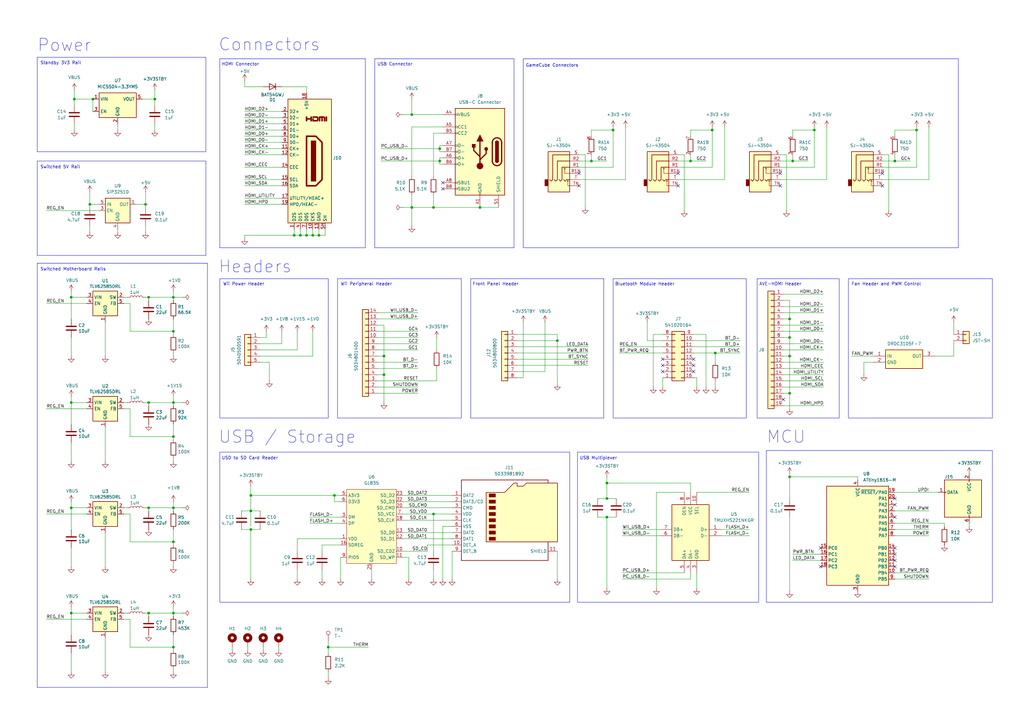
<source format=kicad_sch>
(kicad_sch (version 20231120) (generator "eeschema") (generator_version "8.0")
  (paper "A3")
  (junction (at 71.12 251.46))
  (junction (at 375.92 53.34))
  (junction (at 102.87 209.55))
  (junction (at 168.91 85.09))
  (junction (at 130.81 96.52))
  (junction (at 36.83 83.82))
  (junction (at 180.34 66.04))
  (junction (at 71.12 135.89))
  (junction (at 60.96 251.46))
  (junction (at 177.8 85.09))
  (junction (at 137.16 203.2))
  (junction (at 125.73 96.52))
  (junction (at 29.21 121.92))
  (junction (at 71.12 265.43))
  (junction (at 38.1 40.64))
  (junction (at 102.87 203.2))
  (junction (at 29.21 165.1))
  (junction (at 293.37 144.78))
  (junction (at 71.12 165.1))
  (junction (at 248.92 212.09))
  (junction (at 196.85 85.09))
  (junction (at 60.96 121.92))
  (junction (at 323.85 195.58))
  (junction (at 29.21 208.28))
  (junction (at 180.34 60.96))
  (junction (at 251.46 53.34))
  (junction (at 323.85 130.81))
  (junction (at 30.48 40.64))
  (junction (at 323.85 138.43))
  (junction (at 102.87 217.17))
  (junction (at 128.27 96.52))
  (junction (at 120.65 96.52))
  (junction (at 323.85 161.29))
  (junction (at 168.91 46.99))
  (junction (at 59.69 83.82))
  (junction (at 29.21 251.46))
  (junction (at 134.62 265.43))
  (junction (at 283.21 66.04))
  (junction (at 71.12 222.25))
  (junction (at 71.12 179.07))
  (junction (at 248.92 198.12))
  (junction (at 367.03 66.04))
  (junction (at 123.19 96.52))
  (junction (at 71.12 121.92))
  (junction (at 157.48 153.67))
  (junction (at 323.85 146.05))
  (junction (at 71.12 208.28))
  (junction (at 334.01 53.34))
  (junction (at 60.96 165.1))
  (junction (at 292.1 53.34))
  (junction (at 228.6 139.7))
  (junction (at 248.92 204.47))
  (junction (at 242.57 66.04))
  (junction (at 157.48 146.05))
  (junction (at 177.8 210.82))
  (junction (at 60.96 208.28))
  (junction (at 63.5 40.64))
  (junction (at 325.12 66.04))
  (no_connect (at 237.49 76.2))
  (no_connect (at 320.04 71.12))
  (no_connect (at 278.13 71.12))
  (no_connect (at 181.61 77.47))
  (no_connect (at 367.03 224.79))
  (no_connect (at 284.48 147.32))
  (no_connect (at 284.48 149.86))
  (no_connect (at 284.48 152.4))
  (no_connect (at 271.78 147.32))
  (no_connect (at 271.78 152.4))
  (no_connect (at 271.78 149.86))
  (no_connect (at 367.03 212.09))
  (no_connect (at 367.03 227.33))
  (no_connect (at 321.31 163.83))
  (no_connect (at 361.95 76.2))
  (no_connect (at 361.95 71.12))
  (no_connect (at 237.49 71.12))
  (no_connect (at 181.61 74.93))
  (no_connect (at 320.04 76.2))
  (no_connect (at 367.03 204.47))
  (no_connect (at 278.13 76.2))
  (no_connect (at 367.03 232.41))
  (no_connect (at 336.55 224.79))
  (no_connect (at 336.55 232.41))
  (no_connect (at 367.03 207.01))
  (no_connect (at 367.03 229.87))
  (wire (pts (xy 177.8 210.82) (xy 177.8 226.06)))
  (wire (pts (xy 71.12 208.28) (xy 74.93 208.28)))
  (wire (pts (xy 212.09 149.86) (xy 241.3 149.86)))
  (wire (pts (xy 121.92 135.89) (xy 121.92 143.51)))
  (wire (pts (xy 349.25 146.05) (xy 358.14 146.05)))
  (wire (pts (xy 323.85 195.58) (xy 323.85 204.47)))
  (wire (pts (xy 100.33 53.34) (xy 115.57 53.34)))
  (wire (pts (xy 157.48 153.67) (xy 157.48 165.1)))
  (wire (pts (xy 284.48 137.16) (xy 289.56 137.16)))
  (wire (pts (xy 50.8 254) (xy 53.34 254)))
  (wire (pts (xy 364.49 63.5) (xy 364.49 86.36)))
  (wire (pts (xy 180.34 64.77) (xy 180.34 66.04)))
  (wire (pts (xy 121.92 220.98) (xy 121.92 226.06)))
  (wire (pts (xy 53.34 179.07) (xy 71.12 179.07)))
  (wire (pts (xy 228.6 139.7) (xy 228.6 157.48)))
  (wire (pts (xy 325.12 229.87) (xy 336.55 229.87)))
  (wire (pts (xy 180.34 60.96) (xy 156.21 60.96)))
  (wire (pts (xy 245.11 204.47) (xy 248.92 204.47)))
  (wire (pts (xy 50.8 124.46) (xy 53.34 124.46)))
  (wire (pts (xy 59.69 251.46) (xy 60.96 251.46)))
  (wire (pts (xy 109.22 138.43) (xy 106.68 138.43)))
  (wire (pts (xy 29.21 181.61) (xy 29.21 189.23)))
  (wire (pts (xy 29.21 130.81) (xy 29.21 121.92)))
  (wire (pts (xy 115.57 135.89) (xy 115.57 140.97)))
  (wire (pts (xy 321.31 128.27) (xy 337.82 128.27)))
  (wire (pts (xy 323.85 195.58) (xy 351.79 195.58)))
  (wire (pts (xy 321.31 148.59) (xy 337.82 148.59)))
  (wire (pts (xy 242.57 63.5) (xy 242.57 66.04)))
  (wire (pts (xy 128.27 146.05) (xy 106.68 146.05)))
  (wire (pts (xy 100.33 73.66) (xy 115.57 73.66)))
  (wire (pts (xy 367.03 234.95) (xy 381 234.95)))
  (wire (pts (xy 321.31 130.81) (xy 323.85 130.81)))
  (wire (pts (xy 185.42 215.9) (xy 181.61 215.9)))
  (wire (pts (xy 154.94 133.35) (xy 157.48 133.35)))
  (wire (pts (xy 53.34 210.82) (xy 53.34 222.25)))
  (wire (pts (xy 102.87 203.2) (xy 137.16 203.2)))
  (wire (pts (xy 29.21 165.1) (xy 35.56 165.1)))
  (polyline (pts (xy 153.67 24.13) (xy 210.82 24.13)))
  (wire (pts (xy 59.69 92.71) (xy 59.69 95.25)))
  (wire (pts (xy 367.03 219.71) (xy 381 219.71)))
  (wire (pts (xy 100.33 68.58) (xy 115.57 68.58)))
  (wire (pts (xy 297.18 73.66) (xy 278.13 73.66)))
  (wire (pts (xy 367.03 55.88) (xy 367.03 53.34)))
  (wire (pts (xy 121.92 237.49) (xy 121.92 233.68)))
  (wire (pts (xy 102.87 209.55) (xy 106.68 209.55)))
  (wire (pts (xy 38.1 40.64) (xy 38.1 45.72)))
  (polyline (pts (xy 153.67 101.6) (xy 210.82 101.6)))
  (wire (pts (xy 354.33 148.59) (xy 354.33 153.67)))
  (wire (pts (xy 321.31 156.21) (xy 337.82 156.21)))
  (wire (pts (xy 29.21 138.43) (xy 29.21 146.05)))
  (wire (pts (xy 154.94 158.75) (xy 171.45 158.75)))
  (wire (pts (xy 29.21 260.35) (xy 29.21 251.46)))
  (wire (pts (xy 134.62 275.59) (xy 134.62 278.13)))
  (wire (pts (xy 29.21 119.38) (xy 29.21 121.92)))
  (wire (pts (xy 154.94 161.29) (xy 171.45 161.29)))
  (wire (pts (xy 358.14 148.59) (xy 354.33 148.59)))
  (wire (pts (xy 271.78 137.16) (xy 267.97 137.16)))
  (wire (pts (xy 59.69 121.92) (xy 60.96 121.92)))
  (wire (pts (xy 100.33 81.28) (xy 115.57 81.28)))
  (wire (pts (xy 320.04 63.5) (xy 322.58 63.5)))
  (wire (pts (xy 121.92 143.51) (xy 106.68 143.51)))
  (wire (pts (xy 223.52 132.08) (xy 223.52 152.4)))
  (wire (pts (xy 293.37 156.21) (xy 293.37 158.75)))
  (wire (pts (xy 128.27 135.89) (xy 128.27 146.05)))
  (wire (pts (xy 297.18 52.07) (xy 297.18 73.66)))
  (wire (pts (xy 256.54 73.66) (xy 237.49 73.66)))
  (wire (pts (xy 325.12 53.34) (xy 334.01 53.34)))
  (wire (pts (xy 50.8 208.28) (xy 52.07 208.28)))
  (wire (pts (xy 321.31 153.67) (xy 337.82 153.67)))
  (wire (pts (xy 102.87 209.55) (xy 99.06 209.55)))
  (wire (pts (xy 248.92 195.58) (xy 248.92 198.12)))
  (wire (pts (xy 181.61 59.69) (xy 180.34 59.69)))
  (wire (pts (xy 212.09 139.7) (xy 228.6 139.7)))
  (wire (pts (xy 196.85 85.09) (xy 204.47 85.09)))
  (wire (pts (xy 132.08 237.49) (xy 132.08 233.68)))
  (wire (pts (xy 180.34 59.69) (xy 180.34 60.96)))
  (wire (pts (xy 292.1 52.07) (xy 292.1 53.34)))
  (wire (pts (xy 110.49 148.59) (xy 106.68 148.59)))
  (wire (pts (xy 212.09 144.78) (xy 241.3 144.78)))
  (wire (pts (xy 177.8 85.09) (xy 168.91 85.09)))
  (wire (pts (xy 36.83 78.74) (xy 36.83 83.82)))
  (wire (pts (xy 283.21 55.88) (xy 283.21 53.34)))
  (wire (pts (xy 228.6 226.06) (xy 228.6 237.49)))
  (wire (pts (xy 180.34 66.04) (xy 180.34 67.31)))
  (wire (pts (xy 60.96 209.55) (xy 60.96 208.28)))
  (wire (pts (xy 60.96 252.73) (xy 60.96 251.46)))
  (wire (pts (xy 71.12 260.35) (xy 71.12 265.43)))
  (wire (pts (xy 43.18 261.62) (xy 43.18 275.59)))
  (wire (pts (xy 99.06 217.17) (xy 102.87 217.17)))
  (wire (pts (xy 71.12 130.81) (xy 71.12 135.89)))
  (wire (pts (xy 50.8 165.1) (xy 52.07 165.1)))
  (wire (pts (xy 134.62 265.43) (xy 151.13 265.43)))
  (wire (pts (xy 367.03 209.55) (xy 381 209.55)))
  (wire (pts (xy 334.01 53.34) (xy 334.01 68.58)))
  (wire (pts (xy 100.33 55.88) (xy 115.57 55.88)))
  (wire (pts (xy 130.81 93.98) (xy 130.81 96.52)))
  (wire (pts (xy 292.1 53.34) (xy 292.1 68.58)))
  (wire (pts (xy 53.34 124.46) (xy 53.34 135.89)))
  (wire (pts (xy 167.64 228.6) (xy 167.64 237.49)))
  (wire (pts (xy 165.1 208.28) (xy 185.42 208.28)))
  (wire (pts (xy 71.12 217.17) (xy 71.12 222.25)))
  (wire (pts (xy 293.37 144.78) (xy 293.37 148.59)))
  (wire (pts (xy 292.1 68.58) (xy 278.13 68.58)))
  (wire (pts (xy 53.34 265.43) (xy 71.12 265.43)))
  (wire (pts (xy 125.73 96.52) (xy 128.27 96.52)))
  (wire (pts (xy 40.64 83.82) (xy 36.83 83.82)))
  (wire (pts (xy 50.8 167.64) (xy 53.34 167.64)))
  (polyline (pts (xy 90.17 24.13) (xy 90.17 101.6)))
  (wire (pts (xy 212.09 147.32) (xy 241.3 147.32)))
  (wire (pts (xy 60.96 166.37) (xy 60.96 165.1)))
  (polyline (pts (xy 85.09 281.94) (xy 15.24 281.94)))
  (wire (pts (xy 29.21 267.97) (xy 29.21 275.59)))
  (wire (pts (xy 43.18 175.26) (xy 43.18 189.23)))
  (wire (pts (xy 175.26 226.06) (xy 175.26 223.52)))
  (wire (pts (xy 323.85 194.31) (xy 323.85 195.58)))
  (wire (pts (xy 29.21 208.28) (xy 35.56 208.28)))
  (wire (pts (xy 240.03 63.5) (xy 240.03 85.09)))
  (polyline (pts (xy 15.24 107.95) (xy 85.09 107.95)))
  (wire (pts (xy 100.33 45.72) (xy 115.57 45.72)))
  (wire (pts (xy 242.57 53.34) (xy 251.46 53.34)))
  (wire (pts (xy 19.05 86.36) (xy 40.64 86.36)))
  (wire (pts (xy 154.94 151.13) (xy 171.45 151.13)))
  (wire (pts (xy 48.26 50.8) (xy 48.26 53.34)))
  (wire (pts (xy 391.16 132.08) (xy 391.16 137.16)))
  (polyline (pts (xy 15.24 107.95) (xy 15.24 281.94)))
  (wire (pts (xy 38.1 40.64) (xy 30.48 40.64)))
  (wire (pts (xy 55.88 83.82) (xy 59.69 83.82)))
  (wire (pts (xy 181.61 46.99) (xy 168.91 46.99)))
  (wire (pts (xy 60.96 121.92) (xy 71.12 121.92)))
  (wire (pts (xy 321.31 166.37) (xy 337.82 166.37)))
  (wire (pts (xy 43.18 218.44) (xy 43.18 232.41)))
  (wire (pts (xy 361.95 66.04) (xy 367.03 66.04)))
  (wire (pts (xy 110.49 148.59) (xy 110.49 156.21)))
  (wire (pts (xy 284.48 144.78) (xy 293.37 144.78)))
  (wire (pts (xy 325.12 227.33) (xy 336.55 227.33)))
  (wire (pts (xy 181.61 64.77) (xy 180.34 64.77)))
  (wire (pts (xy 237.49 63.5) (xy 240.03 63.5)))
  (wire (pts (xy 59.69 78.74) (xy 59.69 83.82)))
  (wire (pts (xy 134.62 262.89) (xy 134.62 265.43)))
  (wire (pts (xy 154.94 143.51) (xy 171.45 143.51)))
  (wire (pts (xy 177.8 54.61) (xy 177.8 72.39)))
  (wire (pts (xy 228.6 137.16) (xy 228.6 139.7)))
  (wire (pts (xy 59.69 85.09) (xy 59.69 83.82)))
  (wire (pts (xy 269.24 241.3) (xy 269.24 201.93)))
  (wire (pts (xy 295.91 219.71) (xy 307.34 219.71)))
  (wire (pts (xy 375.92 52.07) (xy 375.92 53.34)))
  (wire (pts (xy 323.85 123.19) (xy 323.85 130.81)))
  (wire (pts (xy 367.03 66.04) (xy 373.38 66.04)))
  (wire (pts (xy 59.69 165.1) (xy 60.96 165.1)))
  (wire (pts (xy 71.12 252.73) (xy 71.12 251.46)))
  (wire (pts (xy 278.13 63.5) (xy 280.67 63.5)))
  (wire (pts (xy 293.37 144.78) (xy 303.53 144.78)))
  (wire (pts (xy 100.33 63.5) (xy 115.57 63.5)))
  (wire (pts (xy 269.24 201.93) (xy 280.67 201.93)))
  (wire (pts (xy 29.21 205.74) (xy 29.21 208.28)))
  (wire (pts (xy 71.12 209.55) (xy 71.12 208.28)))
  (wire (pts (xy 165.1 226.06) (xy 175.26 226.06)))
  (wire (pts (xy 29.21 173.99) (xy 29.21 165.1)))
  (wire (pts (xy 139.7 223.52) (xy 132.08 223.52)))
  (wire (pts (xy 100.33 96.52) (xy 120.65 96.52)))
  (wire (pts (xy 168.91 85.09) (xy 168.91 92.71)))
  (wire (pts (xy 133.35 96.52) (xy 133.35 93.98)))
  (wire (pts (xy 367.03 237.49) (xy 381 237.49)))
  (wire (pts (xy 100.33 76.2) (xy 115.57 76.2)))
  (wire (pts (xy 251.46 53.34) (xy 251.46 68.58)))
  (polyline (pts (xy 85.09 107.95) (xy 85.09 281.94)))
  (wire (pts (xy 278.13 66.04) (xy 283.21 66.04)))
  (wire (pts (xy 71.12 231.14) (xy 71.12 232.41)))
  (wire (pts (xy 323.85 146.05) (xy 323.85 161.29)))
  (wire (pts (xy 100.33 60.96) (xy 115.57 60.96)))
  (wire (pts (xy 100.33 33.02) (xy 100.33 35.56)))
  (wire (pts (xy 361.95 63.5) (xy 364.49 63.5)))
  (wire (pts (xy 157.48 146.05) (xy 157.48 153.67)))
  (wire (pts (xy 351.79 195.58) (xy 351.79 196.85)))
  (wire (pts (xy 214.63 154.94) (xy 212.09 154.94)))
  (wire (pts (xy 367.03 53.34) (xy 375.92 53.34)))
  (wire (pts (xy 321.31 133.35) (xy 337.82 133.35)))
  (wire (pts (xy 19.05 124.46) (xy 35.56 124.46)))
  (wire (pts (xy 134.62 265.43) (xy 134.62 267.97)))
  (wire (pts (xy 154.94 135.89) (xy 171.45 135.89)))
  (wire (pts (xy 53.34 135.89) (xy 71.12 135.89)))
  (wire (pts (xy 29.21 248.92) (xy 29.21 251.46)))
  (wire (pts (xy 165.1 205.74) (xy 185.42 205.74)))
  (wire (pts (xy 50.8 210.82) (xy 53.34 210.82)))
  (wire (pts (xy 237.49 66.04) (xy 242.57 66.04)))
  (wire (pts (xy 100.33 48.26) (xy 115.57 48.26)))
  (wire (pts (xy 242.57 66.04) (xy 248.92 66.04)))
  (wire (pts (xy 251.46 52.07) (xy 251.46 53.34)))
  (wire (pts (xy 154.94 128.27) (xy 171.45 128.27)))
  (wire (pts (xy 102.87 217.17) (xy 102.87 237.49)))
  (wire (pts (xy 321.31 158.75) (xy 337.82 158.75)))
  (wire (pts (xy 168.91 40.64) (xy 168.91 46.99)))
  (wire (pts (xy 280.67 63.5) (xy 280.67 86.36)))
  (wire (pts (xy 154.94 146.05) (xy 157.48 146.05)))
  (wire (pts (xy 334.01 52.07) (xy 334.01 53.34)))
  (wire (pts (xy 175.26 223.52) (xy 185.42 223.52)))
  (wire (pts (xy 181.61 52.07) (xy 168.91 52.07)))
  (wire (pts (xy 102.87 217.17) (xy 106.68 217.17)))
  (wire (pts (xy 101.6 265.43) (xy 101.6 266.7)))
  (wire (pts (xy 102.87 203.2) (xy 102.87 209.55)))
  (polyline (pts (xy 90.17 101.6) (xy 149.86 101.6)))
  (wire (pts (xy 29.21 224.79) (xy 29.21 232.41)))
  (wire (pts (xy 165.1 85.09) (xy 168.91 85.09)))
  (wire (pts (xy 295.91 217.17) (xy 307.34 217.17)))
  (wire (pts (xy 50.8 251.46) (xy 52.07 251.46)))
  (wire (pts (xy 339.09 73.66) (xy 320.04 73.66)))
  (wire (pts (xy 154.94 153.67) (xy 157.48 153.67)))
  (wire (pts (xy 283.21 198.12) (xy 248.92 198.12)))
  (wire (pts (xy 71.12 165.1) (xy 71.12 162.56)))
  (wire (pts (xy 107.95 265.43) (xy 107.95 266.7)))
  (wire (pts (xy 60.96 123.19) (xy 60.96 121.92)))
  (wire (pts (xy 154.94 140.97) (xy 171.45 140.97)))
  (wire (pts (xy 71.12 251.46) (xy 71.12 248.92)))
  (wire (pts (xy 255.27 234.95) (xy 280.67 234.95)))
  (wire (pts (xy 325.12 63.5) (xy 325.12 66.04)))
  (wire (pts (xy 53.34 167.64) (xy 53.34 179.07)))
  (wire (pts (xy 60.96 251.46) (xy 71.12 251.46)))
  (wire (pts (xy 381 52.07) (xy 381 73.66)))
  (wire (pts (xy 320.04 66.04) (xy 325.12 66.04)))
  (wire (pts (xy 53.34 222.25) (xy 71.12 222.25)))
  (wire (pts (xy 321.31 120.65) (xy 337.82 120.65)))
  (polyline (pts (xy 149.86 101.6) (xy 149.86 24.13)))
  (wire (pts (xy 177.8 80.01) (xy 177.8 85.09)))
  (wire (pts (xy 248.92 241.3) (xy 248.92 212.09)))
  (wire (pts (xy 165.1 220.98) (xy 185.42 220.98)))
  (wire (pts (xy 29.21 217.17) (xy 29.21 208.28)))
  (wire (pts (xy 100.33 50.8) (xy 115.57 50.8)))
  (wire (pts (xy 63.5 40.64) (xy 63.5 36.83)))
  (wire (pts (xy 325.12 55.88) (xy 325.12 53.34)))
  (wire (pts (xy 251.46 68.58) (xy 237.49 68.58)))
  (wire (pts (xy 63.5 50.8) (xy 63.5 53.34)))
  (wire (pts (xy 19.05 210.82) (xy 35.56 210.82)))
  (wire (pts (xy 289.56 137.16) (xy 289.56 158.75)))
  (wire (pts (xy 50.8 121.92) (xy 52.07 121.92)))
  (wire (pts (xy 71.12 265.43) (xy 71.12 266.7)))
  (wire (pts (xy 100.33 58.42) (xy 115.57 58.42)))
  (wire (pts (xy 255.27 219.71) (xy 270.51 219.71)))
  (wire (pts (xy 214.63 132.08) (xy 214.63 154.94)))
  (wire (pts (xy 322.58 63.5) (xy 322.58 86.36)))
  (wire (pts (xy 181.61 54.61) (xy 177.8 54.61)))
  (wire (pts (xy 248.92 198.12) (xy 248.92 204.47)))
  (wire (pts (xy 323.85 138.43) (xy 323.85 146.05)))
  (wire (pts (xy 321.31 123.19) (xy 323.85 123.19)))
  (wire (pts (xy 181.61 215.9) (xy 181.61 237.49)))
  (wire (pts (xy 265.43 139.7) (xy 271.78 139.7)))
  (wire (pts (xy 391.16 146.05) (xy 383.54 146.05)))
  (wire (pts (xy 367.03 63.5) (xy 367.03 66.04)))
  (wire (pts (xy 130.81 96.52) (xy 133.35 96.52)))
  (wire (pts (xy 125.73 93.98) (xy 125.73 96.52)))
  (wire (pts (xy 139.7 228.6) (xy 139.7 237.49)))
  (wire (pts (xy 196.85 85.09) (xy 177.8 85.09)))
  (wire (pts (xy 375.92 68.58) (xy 361.95 68.58)))
  (wire (pts (xy 180.34 60.96) (xy 180.34 62.23)))
  (wire (pts (xy 285.75 201.93) (xy 307.34 201.93)))
  (wire (pts (xy 254 144.78) (xy 271.78 144.78)))
  (wire (pts (xy 132.08 223.52) (xy 132.08 226.06)))
  (wire (pts (xy 391.16 139.7) (xy 391.16 146.05)))
  (wire (pts (xy 323.85 161.29) (xy 323.85 167.64)))
  (wire (pts (xy 321.31 140.97) (xy 337.82 140.97)))
  (wire (pts (xy 58.42 40.64) (xy 63.5 40.64)))
  (wire (pts (xy 321.31 151.13) (xy 337.82 151.13)))
  (wire (pts (xy 71.12 274.32) (xy 71.12 275.59)))
  (wire (pts (xy 180.34 66.04) (xy 156.21 66.04)))
  (wire (pts (xy 115.57 140.97) (xy 106.68 140.97)))
  (wire (pts (xy 154.94 148.59) (xy 171.45 148.59)))
  (polyline (pts (xy 90.17 24.13) (xy 149.86 24.13)))
  (polyline (pts (xy 210.82 101.6) (xy 210.82 24.13)))
  (wire (pts (xy 114.3 265.43) (xy 114.3 266.7)))
  (wire (pts (xy 284.48 154.94) (xy 285.75 154.94)))
  (wire (pts (xy 123.19 96.52) (xy 125.73 96.52)))
  (wire (pts (xy 48.26 93.98) (xy 48.26 95.25)))
  (wire (pts (xy 177.8 237.49) (xy 177.8 233.68)))
  (wire (pts (xy 128.27 96.52) (xy 130.81 96.52)))
  (wire (pts (xy 71.12 121.92) (xy 71.12 119.38)))
  (wire (pts (xy 30.48 43.18) (xy 30.48 40.64)))
  (wire (pts (xy 53.34 254) (xy 53.34 265.43)))
  (wire (pts (xy 267.97 137.16) (xy 267.97 158.75)))
  (wire (pts (xy 180.34 67.31) (xy 181.61 67.31)))
  (wire (pts (xy 29.21 121.92) (xy 35.56 121.92)))
  (wire (pts (xy 157.48 133.35) (xy 157.48 146.05)))
  (wire (pts (xy 248.92 204.47) (xy 252.73 204.47)))
  (wire (pts (xy 283.21 66.04) (xy 289.56 66.04)))
  (wire (pts (xy 30.48 50.8) (xy 30.48 53.34)))
  (wire (pts (xy 102.87 203.2) (xy 102.87 199.39)))
  (wire (pts (xy 95.25 265.43) (xy 95.25 266.7)))
  (wire (pts (xy 71.12 208.28) (xy 71.12 205.74)))
  (wire (pts (xy 323.85 130.81) (xy 323.85 138.43)))
  (wire (pts (xy 71.12 121.92) (xy 74.93 121.92)))
  (wire (pts (xy 30.48 36.83) (xy 30.48 40.64)))
  (wire (pts (xy 165.1 213.36) (xy 185.42 213.36)))
  (wire (pts (xy 19.05 254) (xy 35.56 254)))
  (wire (pts (xy 212.09 142.24) (xy 241.3 142.24)))
  (wire (pts (xy 367.03 201.93) (xy 384.81 201.93)))
  (wire (pts (xy 285.75 154.94) (xy 285.75 158.75)))
  (wire (pts (xy 387.35 214.63) (xy 387.35 215.9)))
  (wire (pts (xy 283.21 63.5) (xy 283.21 66.04)))
  (wire (pts (xy 71.12 135.89) (xy 71.12 137.16)))
  (wire (pts (xy 36.83 92.71) (xy 36.83 95.25)))
  (wire (pts (xy 321.31 135.89) (xy 337.82 135.89)))
  (wire (pts (xy 323.85 212.09) (xy 323.85 242.57)))
  (wire (pts (xy 71.12 123.19) (xy 71.12 121.92)))
  (wire (pts (xy 168.91 52.07) (xy 168.91 72.39)))
  (wire (pts (xy 71.12 144.78) (xy 71.12 146.05)))
  (wire (pts (xy 100.33 96.52) (xy 100.33 97.79)))
  (wire (pts (xy 212.09 137.16) (xy 228.6 137.16)))
  (wire (pts (xy 165.1 228.6) (xy 167.64 228.6)))
  (wire (pts (xy 367.03 217.17) (xy 381 217.17)))
  (wire (pts (xy 284.48 139.7) (xy 303.53 139.7)))
  (wire (pts (xy 137.16 205.74) (xy 139.7 205.74)))
  (wire (pts (xy 71.12 179.07) (xy 71.12 180.34)))
  (wire (pts (xy 100.33 35.56) (xy 107.95 35.56)))
  (wire (pts (xy 177.8 210.82) (xy 185.42 210.82)))
  (wire (pts (xy 125.73 35.56) (xy 125.73 38.1)))
  (wire (pts (xy 168.91 46.99) (xy 165.1 46.99)))
  (wire (pts (xy 60.96 208.28) (xy 71.12 208.28)))
  (wire (pts (xy 375.92 53.34) (xy 375.92 68.58)))
  (wire (pts (xy 248.92 212.09) (xy 252.73 212.09)))
  (wire (pts (xy 339.09 52.07) (xy 339.09 73.66)))
  (wire (pts (xy 254 142.24) (xy 271.78 142.24)))
  (wire (pts (xy 325.12 66.04) (xy 331.47 66.04)))
  (wire (pts (xy 71.12 165.1) (xy 74.93 165.1)))
  (wire (pts (xy 100.33 83.82) (xy 115.57 83.82)))
  (wire (pts (xy 102.87 209.55) (xy 102.87 215.9)))
  (wire (pts (xy 283.21 53.34) (xy 292.1 53.34)))
  (wire (pts (xy 337.82 125.73) (xy 321.31 125.73)))
  (wire (pts (xy 367.03 214.63) (xy 387.35 214.63)))
  (wire (pts (xy 71.12 166.37) (xy 71.12 165.1)))
  (wire (pts (xy 71.12 187.96) (xy 71.12 189.23)))
  (wire (pts (xy 154.94 138.43) (xy 171.45 138.43)))
  (wire (pts (xy 284.48 142.24) (xy 303.53 142.24)))
  (wire (pts (xy 154.94 156.21) (xy 179.07 156.21)))
  (wire (pts (xy 60.96 165.1) (xy 71.12 165.1)))
  (wire (pts (xy 123.19 93.98) (xy 123.19 96.52)))
  (wire (pts (xy 334.01 68.58) (xy 320.04 68.58)))
  (wire (pts (xy 185.42 226.06) (xy 185.42 237.49)))
  (wire (pts (xy 109.22 135.89) (xy 109.22 138.43)))
  (wire (pts (xy 43.18 132.08) (xy 43.18 146.05)))
  (wire (pts (xy 137.16 203.2) (xy 137.16 205.74)))
  (wire (pts (xy 139.7 220.98) (xy 121.92 220.98)))
  (wire (pts (xy 71.12 251.46) (xy 74.93 251.46)))
  (wire (pts (xy 255.27 237.49) (xy 283.21 237.49)))
  (wire (pts (xy 223.52 152.4) (xy 212.09 152.4)))
  (wire (pts (xy 59.69 208.28) (xy 60.96 208.28)))
  (wire (pts (xy 321.31 146.05) (xy 323.85 146.05)))
  (wire (pts (xy 179.07 138.43) (xy 179.07 143.51)))
  (wire (pts (xy 255.27 217.17) (xy 270.51 217.17)))
  (wire (pts (xy 283.21 234.95) (xy 283.21 237.49)))
  (wire (pts (xy 242.57 55.88) (xy 242.57 53.34)))
  (wire (pts (xy 165.1 218.44) (xy 185.42 218.44)))
  (wire (pts (xy 168.91 80.01) (xy 168.91 85.09)))
  (wire (pts (xy 179.07 156.21) (xy 179.07 151.13)))
  (wire (pts (xy 127 212.09) (xy 139.7 212.09)))
  (wire (pts (xy 265.43 139.7) (xy 265.43 132.08)))
  (wire (pts (xy 321.31 138.43) (xy 323.85 138.43)))
  (wire (pts (xy 285.75 241.3) (xy 285.75 234.95)))
  (wire (pts (xy 245.11 212.09) (xy 248.92 212.09)))
  (wire (pts (xy 115.57 35.56) (xy 125.73 35.56)))
  (polyline (pts (xy 153.67 24.13) (xy 153.67 101.6)))
  (wire (pts (xy 29.21 162.56) (xy 29.21 165.1)))
  (wire (pts (xy 165.1 203.2) (xy 185.42 203.2)))
  (wire (pts (xy 19.05 167.64) (xy 35.56 167.64)))
  (wire (pts (xy 71.12 222.25) (xy 71.12 223.52)))
  (wire (pts (xy 29.21 251.46) (xy 35.56 251.46)))
  (wire (pts (xy 381 73.66) (xy 361.95 73.66)))
  (wire (pts (xy 128.27 93.98) (xy 128.27 96.52)))
  (wire (pts (xy 63.5 43.18) (xy 63.5 40.64)))
  (wire (pts (xy 127 214.63) (xy 139.7 214.63)))
  (wire (pts (xy 271.78 154.94) (xy 271.78 158.75)))
  (wire (pts (xy 36.83 83.82) (xy 36.83 85.09)))
  (wire (pts (xy 137.16 203.2) (xy 139.7 203.2)))
  (wire (pts (xy 120.65 93.98) (xy 120.65 96.52)))
  (wire (pts (xy 321.31 161.29) (xy 323.85 161.29)))
  (wire (pts (xy 165.1 210.82) (xy 177.8 210.82)))
  (wire (pts (xy 154.94 130.81) (xy 171.45 130.81)))
  (wire (pts (xy 71.12 173.99) (xy 71.12 179.07)))
  (wire (pts (xy 321.31 143.51) (xy 337.82 143.51)))
  (wire (pts (xy 152.4 233.68) (xy 152.4 237.49)))
  (wire (pts (xy 256.54 52.07) (xy 256.54 73.66)))
  (wire (pts (xy 397.51 214.63) (xy 397.51 215.9)))
  (wire (pts (xy 180.34 62.23) (xy 181.61 62.23)))
  (wire (pts (xy 283.21 198.12) (xy 283.21 201.93)))
  (wire (pts (xy 120.65 96.52) (xy 123.19 96.52)))
  (rectangle (start 193.04 114.3) (end 247.65 171.45))
  (rectangle (start 214.63 24.13) (end 393.065 101.6))
  (rectangle (start 15.24 23.495) (end 84.455 62.23))
  (rectangle (start 347.98 114.3) (end 407.035 171.45))
  (rectangle (start 251.46 114.3) (end 306.07 171.45))
  (rectangle (start 90.17 114.3) (end 134.62 171.45))
  (rectangle (start 314.325 184.785) (end 407.035 247.015))
  (rectangle (start 90.17 185.42) (end 233.68 247.015))
  (rectangle (start 236.855 185.42) (end 311.15 247.015))
  (rectangle (start 310.515 114.3) (end 344.17 171.45))
  (rectangle (start 15.24 66.04) (end 84.455 104.775))
  (rectangle (start 138.43 114.3) (end 189.23 171.45))
  (text "Wii Power Header" (at 91.44 117.348 0) (effects (font (size 1.27 1.27)) (justify left bottom)))
  (text "USB Multiplexer\n" (at 237.744 188.722 0) (effects (font (size 1.27 1.27)) (justify left bottom)))
  (text "HDMI Connector" (at 90.932 27.178 0) (effects (font (size 1.27 1.27)) (justify left bottom)))
  (text "AVE-HDMI Header" (at 311.404 117.348 0) (effects (font (size 1.27 1.27)) (justify left bottom)))
  (text "Power" (at 15.24 21.59 0) (effects (font (size 5 5)) (justify left bottom)))
  (text "Front Panel Header" (at 193.802 117.348 0) (effects (font (size 1.27 1.27)) (justify left bottom)))
  (text "Wii Peripheral Header" (at 139.7 117.348 0) (effects (font (size 1.27 1.27)) (justify left bottom)))
  (text "Standby 3V3 Rail" (at 16.51 26.67 0) (effects (font (size 1.27 1.27)) (justify left bottom)))
  (text "Connectors" (at 89.535 21.336 0) (effects (font (size 5 5)) (justify left bottom)))
  (text "USD to SD Card Reader" (at 90.932 188.722 0) (effects (font (size 1.27 1.27)) (justify left bottom)))
  (text "Bluetooth Module Header" (at 252.222 117.348 0) (effects (font (size 1.27 1.27)) (justify left bottom)))
  (text "Headers" (at 89.535 112.395 0) (effects (font (size 5 5)) (justify left bottom)))
  (text "GameCube Connectors" (at 215.646 27.686 0) (effects (font (size 1.27 1.27)) (justify left bottom)))
  (text "USB Connector" (at 154.686 27.178 0) (effects (font (size 1.27 1.27)) (justify left bottom)))
  (text "Fan Header and PWM Control" (at 349.25 117.348 0) (effects (font (size 1.27 1.27)) (justify left bottom)))
  (text "Switched 5V Rail" (at 16.51 69.342 0) (effects (font (size 1.27 1.27)) (justify left bottom)))
  (text "MCU" (at 314.325 182.245 0) (effects (font (size 5 5)) (justify left bottom)))
  (text "USB / Storage" (at 89.535 182.245 0) (effects (font (size 5 5)) (justify left bottom)))
  (text "Switched Motherboard Rails" (at 16.51 111.252 0) (effects (font (size 1.27 1.27)) (justify left bottom)))
  (label "BT_D-" (at 171.45 148.59 180))
  (label "SD_CLK" (at 175.26 213.36 180))
  (label "HDMI_SCL" (at 337.82 156.21 180))
  (label "FAN_PWM" (at 381 209.55 180))
  (label "BT_D-" (at 303.53 139.7 180))
  (label "PC_USB_D+" (at 156.21 66.04 0))
  (label "GC4" (at 373.38 66.04 180))
  (label "SD_DAT0" (at 175.26 218.44 180))
  (label "WII_USB_D+" (at 255.27 217.17 0))
  (label "HDMI_CK-" (at 100.33 63.5 0))
  (label "SD_DAT1" (at 175.26 220.98 180))
  (label "HDMI_UTILITY" (at 100.33 81.28 0))
  (label "HDMI_D1+" (at 337.82 128.27 180))
  (label "FLASH_D+" (at 307.34 217.17 180))
  (label "HDMI_D2-" (at 100.33 48.26 0))
  (label "PC_USB_D-" (at 156.21 60.96 0))
  (label "THERM" (at 151.13 265.43 180))
  (label "REG_EN" (at 254 142.24 0))
  (label "HDMI_D2+" (at 100.33 45.72 0))
  (label "REG_EN" (at 381 214.63 180))
  (label "GC3" (at 331.47 66.04 180))
  (label "HDMI_D0+" (at 337.82 135.89 180))
  (label "BT_PWR_REQ" (at 254 144.78 0))
  (label "HDMI_D1-" (at 100.33 53.34 0))
  (label "HDMI_CEC" (at 337.82 151.13 180))
  (label "HDMI_D2+" (at 337.82 120.65 180))
  (label "GC1" (at 248.92 66.04 180))
  (label "HDMI_CEC" (at 100.33 68.58 0))
  (label "HDMI_CK+" (at 337.82 143.51 180))
  (label "POWER" (at 171.45 161.29 180))
  (label "FAN_PWM" (at 349.25 146.05 0))
  (label "FLASH_D+" (at 127 214.63 0))
  (label "REG_EN" (at 307.34 201.93 180))
  (label "PWR_BTN" (at 325.12 227.33 0))
  (label "HDMI_HPD" (at 337.82 166.37 180))
  (label "RESET" (at 241.3 149.86 180))
  (label "WII_USB_D-" (at 171.45 128.27 180))
  (label "THERM" (at 381 217.17 180))
  (label "LED_DATA" (at 325.12 229.87 0))
  (label "GC3" (at 171.45 138.43 180))
  (label "SD_CD" (at 175.26 226.06 180))
  (label "REG_EN" (at 19.05 124.46 0))
  (label "REG_EN" (at 19.05 86.36 0))
  (label "HDMI_D0+" (at 100.33 55.88 0))
  (label "HDMI_CK+" (at 100.33 60.96 0))
  (label "SHUTDOWN" (at 171.45 158.75 180))
  (label "POWER" (at 381 219.71 180))
  (label "HDMI_D0-" (at 100.33 58.42 0))
  (label "HDMI_UTILITY" (at 337.82 153.67 180))
  (label "BT_SYNC" (at 303.53 144.78 180))
  (label "PWR_BTN" (at 241.3 144.78 180))
  (label "GC2" (at 289.56 66.04 180))
  (label "SD_CMD" (at 175.26 208.28 180))
  (label "HDMI_SCL" (at 100.33 73.66 0))
  (label "REG_EN" (at 19.05 167.64 0))
  (label "PC_USB_D-" (at 255.27 237.49 0))
  (label "FLASH_D-" (at 307.34 219.71 180))
  (label "WII_USB_D-" (at 255.27 219.71 0))
  (label "SHUTDOWN" (at 381 237.49 180))
  (label "WII_USB_D+" (at 171.45 130.81 180))
  (label "BT_D+" (at 303.53 142.24 180))
  (label "HDMI_SDA" (at 100.33 76.2 0))
  (label "RESET" (at 171.45 156.21 180))
  (label "REG_EN" (at 19.05 210.82 0))
  (label "HDMI_D1+" (at 100.33 50.8 0))
  (label "UPDI" (at 381 201.93 180))
  (label "HDMI_D2-" (at 337.82 125.73 180))
  (label "GC4" (at 171.45 135.89 180))
  (label "BT_PWR_REQ" (at 381 234.95 180))
  (label "BT_D+" (at 171.45 151.13 180))
  (label "FLASH_D-" (at 127 212.09 0))
  (label "HDMI_D1-" (at 337.82 133.35 180))
  (label "SD_DAT3" (at 175.26 205.74 180))
  (label "GC1" (at 171.45 143.51 180))
  (label "PC_USB_D+" (at 255.27 234.95 0))
  (label "HDMI_CK-" (at 337.82 148.59 180))
  (label "BT_SYNC" (at 241.3 147.32 180))
  (label "REG_EN" (at 19.05 254 0))
  (label "GC2" (at 171.45 140.97 180))
  (label "HDMI_HPD" (at 100.33 83.82 0))
  (label "SD_DAT2" (at 175.26 203.2 180))
  (label "HDMI_SDA" (at 337.82 158.75 180))
  (label "LED_DATA" (at 241.3 142.24 180))
  (label "HDMI_D0-" (at 337.82 140.97 180))
  (label "SD_VDD" (at 175.26 210.82 180))
  (symbol (lib_id "Regulator_Linear:MIC5504-3.3YM5") (at 48.26 43.18 0) (unit 1)
    (property "Reference" "U7" (at 48.26 33.02 0))
    (property "Value" "MIC5504-3.3YM5" (at 48.26 35.56 0))
    (property "Footprint" "Package_TO_SOT_SMD:SOT-23-5" (effects (hide yes)))
    (property "Datasheet" "http://ww1.microchip.com/downloads/en/DeviceDoc/MIC550X.pdf" (effects (hide yes)))
    (property "Description" "300mA Low-dropout Voltage Regulator, Vout 3.3V, Vin up to 5.5V, SOT-23" (effects (hide yes)))
    (property "MPN" "MIC5504-3.3YM5-TR" (effects (hide yes)))
    (property "Digi-Key Part #" "576-4764-1-ND" (effects (hide yes)))
    (property "Manufacturer" "Microchip Technology" (effects (hide yes)))
  )
  (symbol (lib_id "power:GND") (at 43.18 232.41 0) (unit 1)
    (property "Reference" "#PWR061" (effects (hide yes)))
    (property "Value" "GND" (effects (hide yes)))
    (property "Description" "Power symbol creates a global label with name \"GND\" , ground" (effects (hide yes)))
  )
  (symbol (lib_id "power:PWR_FLAG") (at 74.93 208.28 270) (unit 1)
    (property "Reference" "#FLG03" (effects (hide yes)))
    (property "Value" "PWR_FLAG" (effects (hide yes)))
    (property "Description" "Special symbol for telling ERC where power comes from" (effects (hide yes)))
  )
  (symbol (lib_id "power:+3V3") (at 334.01 52.07 0) (unit 1)
    (property "Reference" "#PWR077" (effects (hide yes)))
    (property "Value" "+3V3" (at 334.01 46.99 0))
    (property "Description" "Power symbol creates a global label with name \"+3V3\"" (effects (hide yes)))
  )
  (symbol (lib_id "power:GND") (at 29.21 189.23 0) (unit 1)
    (property "Reference" "#PWR051" (effects (hide yes)))
    (property "Value" "GND" (effects (hide yes)))
    (property "Description" "Power symbol creates a global label with name \"GND\" , ground" (effects (hide yes)))
  )
  (symbol (lib_id "power:GND") (at 351.79 242.57 0) (unit 1)
    (property "Reference" "#PWR064" (effects (hide yes)))
    (property "Value" "GND" (effects (hide yes)))
    (property "Description" "Power symbol creates a global label with name \"GND\" , ground" (effects (hide yes)))
  )
  (symbol (lib_id "TLV62585DRL:TLV62585DRL") (at 43.18 210.82 0) (unit 1)
    (property "Reference" "U3" (at 43.18 201.4982 0))
    (property "Value" "TLV62585DRL" (at 43.18 203.8096 0))
    (property "Footprint" "project-footprints:SOTFL50P160X60-6N" (effects (hide yes)))
    (property "Datasheet" "https://www.ti.com/lit/ds/symlink/tlv62585.pdf" (effects (hide yes)))
    (property "Description" "IC REG BUCK ADJ 3A SOT5X3" (effects (hide yes)))
    (property "MPN" "TLV62585DRLR" (effects (hide yes)))
    (property "Digi-Key Part #" "296-51694-1-ND" (effects (hide yes)))
    (property "Manufacturer" "Texas Instruments" (effects (hide yes)))
  )
  (symbol (lib_id "power:GND") (at 181.61 237.49 0) (unit 1)
    (property "Reference" "#PWR062" (effects (hide yes)))
    (property "Value" "GND" (effects (hide yes)))
    (property "Description" "Power symbol creates a global label with name \"GND\" , ground" (effects (hide yes)))
  )
  (symbol (lib_id "power:GND") (at 71.12 232.41 0) (unit 1)
    (property "Reference" "#PWR039" (effects (hide yes)))
    (property "Value" "GND" (effects (hide yes)))
    (property "Description" "Power symbol creates a global label with name \"GND\" , ground" (effects (hide yes)))
  )
  (symbol (lib_id "power:GND") (at 228.6 157.48 0) (unit 1)
    (property "Reference" "#PWR054" (effects (hide yes)))
    (property "Value" "GND" (effects (hide yes)))
    (property "Description" "Power symbol creates a global label with name \"GND\" , ground" (effects (hide yes)))
  )
  (symbol (lib_id "power:+1V8") (at 71.12 205.74 0) (unit 1)
    (property "Reference" "#PWR037" (effects (hide yes)))
    (property "Value" "+1V8" (at 71.12 200.025 0))
    (property "Description" "Power symbol creates a global label with name \"+1V8\"" (effects (hide yes)))
  )
  (symbol (lib_id "TLV62585DRL:TLV62585DRL") (at 43.18 124.46 0) (unit 1)
    (property "Reference" "U1" (at 43.18 115.1382 0))
    (property "Value" "TLV62585DRL" (at 43.18 117.4496 0))
    (property "Footprint" "project-footprints:SOTFL50P160X60-6N" (effects (hide yes)))
    (property "Datasheet" "https://www.ti.com/lit/ds/symlink/tlv62585.pdf" (effects (hide yes)))
    (property "Description" "IC REG BUCK ADJ 3A SOT5X3" (effects (hide yes)))
    (property "MPN" "TLV62585DRLR" (effects (hide yes)))
    (property "Digi-Key Part #" "296-51694-1-ND" (effects (hide yes)))
    (property "Manufacturer" "Texas Instruments" (effects (hide yes)))
  )
  (symbol (lib_id "power:GND") (at 267.97 158.75 0) (unit 1)
    (property "Reference" "#PWR068" (effects (hide yes)))
    (property "Value" "GND" (effects (hide yes)))
    (property "Description" "Power symbol creates a global label with name \"GND\" , ground" (effects (hide yes)))
  )
  (symbol (lib_id "Device:R") (at 71.12 140.97 0) (unit 1)
    (property "Reference" "R2" (at 72.898 139.8016 0) (effects (justify left)))
    (property "Value" "100K" (at 72.898 142.113 0) (effects (justify left)))
    (property "Footprint" "Resistor_SMD:R_0402_1005Metric" (effects (hide yes)))
    (property "Description" "Resistor" (effects (hide yes)))
  )
  (symbol (lib_id "power:GND") (at 177.8 237.49 0) (unit 1)
    (property "Reference" "#PWR087" (effects (hide yes)))
    (property "Value" "GND" (effects (hide yes)))
    (property "Description" "Power symbol creates a global label with name \"GND\" , ground" (effects (hide yes)))
  )
  (symbol (lib_id "Connector:AVR-UPDI-6") (at 394.97 204.47 0) (mirror y) (unit 1) (in_bom no)
    (property "Reference" "J15" (at 389.128 195.58 0))
    (property "Value" "AVR-UPDI-6" (effects (hide yes)))
    (property "Footprint" "project-footprints:UPDI Pads" (effects (hide yes)))
    (property "Datasheet" "https://www.microchip.com/webdoc/GUID-9D10622A-5C16-4405-B092-1BDD437B4976/index.html?GUID-9B349315-2842-4189-B88C-49F4E1055D7F" (effects (hide yes)))
    (property "Description" "Atmel 6-pin UPDI connector" (effects (hide yes)))
  )
  (symbol (lib_id "power:+5V") (at 256.54 52.07 0) (unit 1)
    (property "Reference" "#PWR03" (effects (hide yes)))
    (property "Value" "+5V" (at 256.54 46.99 0))
    (property "Description" "Power symbol creates a global label with name \"+5V\"" (effects (hide yes)))
  )
  (symbol (lib_id "Device:D") (at 111.76 35.56 180) (unit 1)
    (property "Reference" "D1" (at 111.76 40.894 0))
    (property "Value" "BAT54GWJ" (at 111.76 38.862 0))
    (property "Footprint" "Diode_SMD:D_SOD-123" (effects (hide yes)))
    (property "Description" "Diode" (effects (hide yes)))
    (property "Sim.Device" "D" (effects (hide yes)))
    (property "Sim.Pins" "1=K 2=A" (effects (hide yes)))
  )
  (symbol (lib_id "power:GND") (at 134.62 278.13 0) (unit 1)
    (property "Reference" "#PWR094" (effects (hide yes)))
    (property "Value" "GND" (effects (hide yes)))
    (property "Description" "Power symbol creates a global label with name \"GND\" , ground" (effects (hide yes)))
  )
  (symbol (lib_id "Device:R_Pack04_Split") (at 325.12 59.69 0) (unit 3)
    (property "Reference" "RA1" (at 327.66 58.42 0) (effects (justify left)))
    (property "Value" "750" (at 327.66 60.96 0) (effects (justify left)))
    (property "Footprint" "Resistor_SMD:R_Array_Concave_4x0603" (effects (hide yes)))
    (property "Description" "4 resistor network, parallel topology, split" (effects (hide yes)))
  )
  (symbol (lib_id "Device:C") (at 29.21 264.16 0) (unit 1)
    (property "Reference" "C8" (at 32.131 262.9916 0) (effects (justify left)))
    (property "Value" "10uF" (at 32.131 265.303 0) (effects (justify left)))
    (property "Footprint" "Capacitor_SMD:C_0805_2012Metric" (effects (hide yes)))
    (property "Description" "Unpolarized capacitor" (effects (hide yes)))
  )
  (symbol (lib_id "power:GND") (at 102.87 237.49 0) (unit 1)
    (property "Reference" "#PWR069" (effects (hide yes)))
    (property "Value" "GND" (effects (hide yes)))
    (property "Description" "Power symbol creates a global label with name \"GND\" , ground" (effects (hide yes)))
  )
  (symbol (lib_id "TLV62585DRL:TLV62585DRL") (at 43.18 167.64 0) (unit 1)
    (property "Reference" "U2" (at 43.18 158.3182 0))
    (property "Value" "TLV62585DRL" (at 43.18 160.6296 0))
    (property "Footprint" "project-footprints:SOTFL50P160X60-6N" (effects (hide yes)))
    (property "Datasheet" "https://www.ti.com/lit/ds/symlink/tlv62585.pdf" (effects (hide yes)))
    (property "Description" "IC REG BUCK ADJ 3A SOT5X3" (effects (hide yes)))
    (property "MPN" "TLV62585DRLR" (effects (hide yes)))
    (property "Digi-Key Part #" "296-51694-1-ND" (effects (hide yes)))
    (property "Manufacturer" "Texas Instruments" (effects (hide yes)))
  )
  (symbol (lib_id "power:GND") (at 36.83 95.25 0) (mirror y) (unit 1)
    (property "Reference" "#PWR065" (effects (hide yes)))
    (property "Value" "GND" (effects (hide yes)))
    (property "Description" "Power symbol creates a global label with name \"GND\" , ground" (effects (hide yes)))
  )
  (symbol (lib_id "Mechanical:MountingHole_Pad") (at 101.6 262.89 0) (unit 1) (in_bom no)
    (property "Reference" "H2" (at 101.6 257.81 0))
    (property "Value" "MountingHole_Pad" (effects (hide yes)))
    (property "Footprint" "MountingHole:MountingHole_2.7mm_M2.5_ISO7380_Pad_TopBottom" (effects (hide yes)))
    (property "Description" "Mounting Hole with connection" (effects (hide yes)))
  )
  (symbol (lib_id "Device:R") (at 293.37 152.4 0) (unit 1)
    (property "Reference" "R13" (at 295.91 151.1299 0) (effects (justify left)))
    (property "Value" "10K" (at 295.91 153.6699 0) (effects (justify left)))
    (property "Footprint" "Resistor_SMD:R_0402_1005Metric" (effects (hide yes)))
    (property "Description" "Resistor" (effects (hide yes)))
  )
  (symbol (lib_id "power:+3V3") (at 71.12 248.92 0) (unit 1)
    (property "Reference" "#PWR042" (effects (hide yes)))
    (property "Value" "+3V3" (at 71.501 244.5258 0))
    (property "Description" "Power symbol creates a global label with name \"+3V3\"" (effects (hide yes)))
  )
  (symbol (lib_id "TLV62585DRL:TLV62585DRL") (at 43.18 254 0) (unit 1)
    (property "Reference" "U4" (at 43.18 244.6782 0))
    (property "Value" "TLV62585DRL" (at 43.18 246.9896 0))
    (property "Footprint" "project-footprints:SOTFL50P160X60-6N" (effects (hide yes)))
    (property "Datasheet" "https://www.ti.com/lit/ds/symlink/tlv62585.pdf" (effects (hide yes)))
    (property "Description" "IC REG BUCK ADJ 3A SOT5X3" (effects (hide yes)))
    (property "MPN" "TLV62585DRLR" (effects (hide yes)))
    (property "Digi-Key Part #" "296-51694-1-ND" (effects (hide yes)))
    (property "Manufacturer" "Texas Instruments" (effects (hide yes)))
  )
  (symbol (lib_id "power:GND") (at 30.48 53.34 0) (mirror y) (unit 1)
    (property "Reference" "#PWR071" (effects (hide yes)))
    (property "Value" "GND" (effects (hide yes)))
    (property "Description" "Power symbol creates a global label with name \"GND\" , ground" (effects (hide yes)))
  )
  (symbol (lib_id "power:VBUS") (at 223.52 132.08 0) (unit 1)
    (property "Reference" "#PWR047" (effects (hide yes)))
    (property "Value" "VBUS" (at 223.52 127.635 0))
    (property "Description" "Power symbol creates a global label with name \"VBUS\"" (effects (hide yes)))
  )
  (symbol (lib_id "3v3stby:+3V3STBY") (at 102.87 199.39 0) (unit 1)
    (property "Reference" "#PWR060" (effects (hide yes)))
    (property "Value" "+3V3STBY" (at 102.87 194.945 0))
    (property "Description" "Power symbol creates a global label with name \"+3.3V\"" (effects (hide yes)))
  )
  (symbol (lib_id "power:+5V") (at 100.33 33.02 0) (unit 1)
    (property "Reference" "#PWR05" (effects (hide yes)))
    (property "Value" "+5V" (at 100.33 29.21 0))
    (property "Description" "Power symbol creates a global label with name \"+5V\"" (effects (hide yes)))
  )
  (symbol (lib_id "Connector_Generic:Conn_02x08_Counter_Clockwise") (at 276.86 147.32 0) (mirror x) (unit 1)
    (property "Reference" "J7" (at 278.13 130.81 0))
    (property "Value" "541020164" (at 278.13 133.35 0))
    (property "Footprint" "project-footprints:Wii_Bluetooth_Module" (effects (hide yes)))
    (property "Description" "Generic connector, double row, 02x08, counter clockwise pin numbering scheme (similar to DIP package numbering), script generated (kicad-library-utils/schlib/autogen/connector/)" (effects (hide yes)))
    (property "MPN" "0541020164" (effects (hide yes)))
    (property "Digi-Key Part #" "WM8876CT-ND" (effects (hide yes)))
  )
  (symbol (lib_id "power:GND") (at 59.69 95.25 0) (mirror y) (unit 1)
    (property "Reference" "#PWR093" (effects (hide yes)))
    (property "Value" "GND" (effects (hide yes)))
    (property "Description" "Power symbol creates a global label with name \"GND\" , ground" (effects (hide yes)))
  )
  (symbol (lib_id "DRDC3105F-7:DRDC3105F-7") (at 358.14 146.05 0) (unit 1)
    (property "Reference" "U10" (at 370.84 138.43 0))
    (property "Value" "DRDC3105F-7" (at 370.84 140.97 0))
    (property "Footprint" "Package_TO_SOT_SMD:SOT-23" (effects (hide yes)))
    (property "Datasheet" "https://www.diodes.com/assets/Datasheets/DRDC3105.pdf" (effects (hide yes)))
    (property "Description" "DiodesZetex DRDC3105F-7, MOSFET Power Driver, 500mA, 3  5 V, 3-Pin SOT-23" (effects (hide yes)))
    (property "Height" "1.1" (effects (hide yes)))
    (property "Manufacturer_Name" "Diodes Incorporated" (effects (hide yes)))
    (property "Manufacturer_Part_Number" "DRDC3105F-7" (effects (hide yes)))
    (property "Mouser Part Number" "621-DRDC3105F-7" (effects (hide yes)))
    (property "Mouser Price/Stock" "https://www.mouser.co.uk/ProductDetail/Diodes-Incorporated/DRDC3105F-7?qs=aAJSmuGJF4GVQptonL%2FTlg%3D%3D" (effects (hide yes)))
    (property "Arrow Part Number" "DRDC3105F-7" (effects (hide yes)))
    (property "Arrow Price/Stock" "https://www.arrow.com/en/products/drdc3105f-7/diodes-incorporated" (effects (hide yes)))
  )
  (symbol (lib_id "power:+5V") (at 339.09 52.07 0) (unit 1)
    (property "Reference" "#PWR078" (effects (hide yes)))
    (property "Value" "+5V" (at 339.09 46.99 0))
    (property "Description" "Power symbol creates a global label with name \"+5V\"" (effects (hide yes)))
  )
  (symbol (lib_id "Connector_Generic:Conn_01x05") (at 101.6 143.51 0) (mirror y) (unit 1)
    (property "Reference" "J5" (at 95.504 143.51 90))
    (property "Value" "5040500591" (at 98.044 143.51 90))
    (property "Footprint" "project-footprints:5040500591" (effects (hide yes)))
    (property "Description" "Generic connector, single row, 01x05, script generated (kicad-library-utils/schlib/autogen/connector/)" (effects (hide yes)))
    (property "MPN" "5040500591" (effects (hide yes)))
    (property "Digi-Key Part #" "WM24877CT-ND" (effects (hide yes)))
  )
  (symbol (lib_id "SiP32510:SiP32510") (at 48.26 86.36 0) (unit 1)
    (property "Reference" "U9" (at 48.26 76.2 0))
    (property "Value" "SiP32510" (at 48.26 78.74 0))
    (property "Footprint" "Package_TO_SOT_SMD:TSOT-23-6" (effects (hide yes)))
    (property "Datasheet" "https://www.vishay.com/docs/63577/sip32510.pdf" (effects (hide yes)))
    (property "Description" "1.2 V to 5.5 V, Slew Rate Controlled Load Switch in TSOT23-6" (effects (hide yes)))
  )
  (symbol (lib_id "power:VBUS") (at 29.21 205.74 0) (unit 1)
    (property "Reference" "#PWR036" (effects (hide yes)))
    (property "Value" "VBUS" (at 29.591 201.3458 0))
    (property "Description" "Power symbol creates a global label with name \"VBUS\"" (effects (hide yes)))
  )
  (symbol (lib_id "power:GND") (at 354.33 153.67 0) (unit 1)
    (property "Reference" "#PWR059" (effects (hide yes)))
    (property "Value" "GND" (effects (hide yes)))
    (property "Description" "Power symbol creates a global label with name \"GND\" , ground" (effects (hide yes)))
  )
  (symbol (lib_id "power:GND") (at 285.75 241.3 0) (unit 1)
    (property "Reference" "#PWR053" (effects (hide yes)))
    (property "Value" "GND" (effects (hide yes)))
    (property "Description" "Power symbol creates a global label with name \"GND\" , ground" (effects (hide yes)))
  )
  (symbol (lib_id "Device:C") (at 177.8 229.87 0) (mirror y) (unit 1)
    (property "Reference" "C13" (at 175.006 228.6 0) (effects (justify left)))
    (property "Value" "4.7uF" (at 175.006 231.14 0) (effects (justify left)))
    (property "Footprint" "Capacitor_SMD:C_0402_1005Metric" (effects (hide yes)))
    (property "Description" "Unpolarized capacitor" (effects (hide yes)))
  )
  (symbol (lib_id "power:PWR_FLAG") (at 165.1 46.99 90) (unit 1)
    (property "Reference" "#FLG06" (effects (hide yes)))
    (property "Value" "PWR_FLAG" (effects (hide yes)))
    (property "Description" "Special symbol for telling ERC where power comes from" (effects (hide yes)))
  )
  (symbol (lib_id "Device:L") (at 55.88 251.46 90) (unit 1)
    (property "Reference" "L4" (at 55.88 247.65 90) (effects (justify left top)))
    (property "Value" "1uH" (at 57.15 250.19 90) (effects (justify left top)))
    (property "Footprint" "project-footprints:L_Vishay_IHLP-1212" (effects (hide yes)))
    (property "Description" "Inductor" (effects (hide yes)))
    (property "MPN" "IHLP1212BZER1R0M11" (effects (hide yes)))
    (property "Digi-Key Part #" "541-1319-1-ND" (effects (hide yes)))
    (property "Manufacturer" "Vishay Dale" (effects (hide yes)))
  )
  (symbol (lib_id "Device:C") (at 29.21 134.62 0) (unit 1)
    (property "Reference" "C2" (at 32.131 133.4516 0) (effects (justify left)))
    (property "Value" "10uF" (at 32.131 135.763 0) (effects (justify left)))
    (property "Footprint" "Capacitor_SMD:C_0805_2012Metric" (effects (hide yes)))
    (property "Description" "Unpolarized capacitor" (effects (hide yes)))
  )
  (symbol (lib_id "Connector:Micro_SD_Card_Det2") (at 208.28 213.36 0) (unit 1)
    (property "Reference" "J11" (at 208.915 191.77 0))
    (property "Value" "5033981892" (at 208.915 194.31 0))
    (property "Footprint" "project-footprints:503398-1892" (effects (hide yes)))
    (property "Datasheet" "https://www.hirose.com/en/product/document?clcode=&productname=&series=DM3&documenttype=Catalog&lang=en&documentid=D49662_en" (effects (hide yes)))
    (property "Description" "Micro SD Card Socket with two card detection pins" (effects (hide yes)))
  )
  (symbol (lib_id "power:PWR_FLAG") (at 74.93 251.46 270) (unit 1)
    (property "Reference" "#FLG04" (effects (hide yes)))
    (property "Value" "PWR_FLAG" (effects (hide yes)))
    (property "Description" "Special symbol for telling ERC where power comes from" (effects (hide yes)))
  )
  (symbol (lib_id "Device:R_Pack04_Split") (at 367.03 59.69 0) (unit 4)
    (property "Reference" "RA1" (at 368.935 58.42 0) (effects (justify left)))
    (property "Value" "750" (at 368.935 60.96 0) (effects (justify left)))
    (property "Footprint" "Resistor_SMD:R_Array_Concave_4x0603" (effects (hide yes)))
    (property "Description" "4 resistor network, parallel topology, split" (effects (hide yes)))
  )
  (symbol (lib_id "Device:C") (at 63.5 46.99 0) (unit 1)
    (property "Reference" "C15" (at 67.564 45.72 0) (effects (justify left)))
    (property "Value" "1uF" (at 67.564 48.26 0) (effects (justify left)))
    (property "Footprint" "Capacitor_SMD:C_0402_1005Metric" (effects (hide yes)))
    (property "Description" "Unpolarized capacitor" (effects (hide yes)))
  )
  (symbol (lib_id "Device:L") (at 55.88 121.92 90) (unit 1)
    (property "Reference" "L1" (at 55.88 118.11 90) (effects (justify left top)))
    (property "Value" "1uH" (at 57.15 120.65 90) (effects (justify left top)))
    (property "Footprint" "project-footprints:L_Vishay_IHLP-1212" (effects (hide yes)))
    (property "Description" "Inductor" (effects (hide yes)))
    (property "MPN" "IHLP1212BZER1R0M11" (effects (hide yes)))
    (property "Digi-Key Part #" "541-1319-1-ND" (effects (hide yes)))
    (property "Manufacturer" "Vishay Dale" (effects (hide yes)))
  )
  (symbol (lib_id "power:GND") (at 63.5 53.34 0) (mirror y) (unit 1)
    (property "Reference" "#PWR072" (effects (hide yes)))
    (property "Value" "GND" (effects (hide yes)))
    (property "Description" "Power symbol creates a global label with name \"GND\" , ground" (effects (hide yes)))
  )
  (symbol (lib_id "power:GND") (at 43.18 189.23 0) (unit 1)
    (property "Reference" "#PWR057" (effects (hide yes)))
    (property "Value" "GND" (effects (hide yes)))
    (property "Description" "Power symbol creates a global label with name \"GND\" , ground" (effects (hide yes)))
  )
  (symbol (lib_id "power:GND") (at 107.95 266.7 0) (unit 1)
    (property "Reference" "#PWR020" (effects (hide yes)))
    (property "Value" "GND" (at 107.95 271.145 0))
    (property "Description" "Power symbol creates a global label with name \"GND\" , ground" (effects (hide yes)))
  )
  (symbol (lib_id "Device:L") (at 55.88 208.28 90) (unit 1)
    (property "Reference" "L3" (at 55.88 204.47 90) (effects (justify left top)))
    (property "Value" "1uH" (at 57.15 207.01 90) (effects (justify left top)))
    (property "Footprint" "project-footprints:L_Vishay_IHLP-1212" (effects (hide yes)))
    (property "Description" "Inductor" (effects (hide yes)))
    (property "MPN" "IHLP1212BZER1R0M11" (effects (hide yes)))
    (property "Digi-Key Part #" "541-1319-1-ND" (effects (hide yes)))
    (property "Manufacturer" "Vishay Dale" (effects (hide yes)))
  )
  (symbol (lib_id "Device:C") (at 29.21 177.8 0) (unit 1)
    (property "Reference" "C4" (at 32.131 176.6316 0) (effects (justify left)))
    (property "Value" "10uF" (at 32.131 178.943 0) (effects (justify left)))
    (property "Footprint" "Capacitor_SMD:C_0805_2012Metric" (effects (hide yes)))
    (property "Description" "Unpolarized capacitor" (effects (hide yes)))
  )
  (symbol (lib_id "Device:C") (at 99.06 213.36 0) (mirror y) (unit 1)
    (property "Reference" "C11" (at 96.266 212.09 0) (effects (justify left)))
    (property "Value" "4.7uF" (at 96.266 214.63 0) (effects (justify left)))
    (property "Footprint" "Capacitor_SMD:C_0402_1005Metric" (effects (hide yes)))
    (property "Description" "Unpolarized capacitor" (effects (hide yes)))
  )
  (symbol (lib_id "power:GND") (at 29.21 146.05 0) (unit 1)
    (property "Reference" "#PWR050" (effects (hide yes)))
    (property "Value" "GND" (effects (hide yes)))
    (property "Description" "Power symbol creates a global label with name \"GND\" , ground" (effects (hide yes)))
  )
  (symbol (lib_id "power:GND") (at 60.96 173.99 0) (unit 1)
    (property "Reference" "#PWR033" (effects (hide yes)))
    (property "Value" "GND" (effects (hide yes)))
    (property "Description" "Power symbol creates a global label with name \"GND\" , ground" (effects (hide yes)))
  )
  (symbol (lib_id "TMUXHS221NKGR:TMUXHS221NKGR") (at 295.91 217.17 0) (mirror y) (unit 1)
    (property "Reference" "U5" (at 300.99 210.8514 0))
    (property "Value" "TMUXHS221NKGR" (at 300.99 213.3914 0))
    (property "Footprint" "project-footprints:TMUXHS221NKGR" (effects (hide yes)))
    (property "Datasheet" "https://www.ti.com/lit/ds/symlink/tmuxhs221.pdf?ts=1669737082000&ref_url=https%253A%252F%252Fwww.ti.com%252F" (effects (hide yes)))
    (property "Description" "Multiplexer Switch ICs USB 2.0 480-Mbps 2:1 multiplexer and 1:2 demultiplexer" (effects (hide yes)))
    (property "Height" "0.55" (effects (hide yes)))
    (property "Manufacturer_Name" "Texas Instruments" (effects (hide yes)))
    (property "Manufacturer_Part_Number" "TMUXHS221NKGR" (effects (hide yes)))
    (property "Mouser Part Number" "595-TMUXHS221NKGR" (effects (hide yes)))
    (property "Mouser Price/Stock" "https://www.mouser.co.uk/ProductDetail/Texas-Instruments/TMUXHS221NKGR?qs=IPgv5n7u5QbuI%2Forjo3H9g%3D%3D" (effects (hide yes)))
  )
  (symbol (lib_id "power:GND") (at 289.56 158.75 0) (unit 1)
    (property "Reference" "#PWR021" (effects (hide yes)))
    (property "Value" "GND" (effects (hide yes)))
    (property "Description" "Power symbol creates a global label with name \"GND\" , ground" (effects (hide yes)))
  )
  (symbol (lib_id "3v3stby:+3V3STBY") (at 214.63 132.08 0) (unit 1)
    (property "Reference" "#PWR052" (effects (hide yes)))
    (property "Value" "+3V3STBY" (at 214.63 127.635 0))
    (property "Description" "Power symbol creates a global label with name \"+3.3V\"" (effects (hide yes)))
  )
  (symbol (lib_id "power:GND") (at 101.6 266.7 0) (unit 1)
    (property "Reference" "#PWR09" (effects (hide yes)))
    (property "Value" "GND" (at 101.6 271.145 0))
    (property "Description" "Power symbol creates a global label with name \"GND\" , ground" (effects (hide yes)))
  )
  (symbol (lib_id "MCU_Microchip_ATtiny:ATtiny1616-M") (at 351.79 219.71 0) (unit 1)
    (property "Reference" "U8" (at 353.9841 194.31 0) (effects (justify left)))
    (property "Value" "ATtiny1616-M" (at 353.9841 196.85 0) (effects (justify left)))
    (property "Footprint" "Package_DFN_QFN:VQFN-20-1EP_3x3mm_P0.4mm_EP1.7x1.7mm" (effects (hide yes)))
    (property "Datasheet" "http://ww1.microchip.com/downloads/en/DeviceDoc/ATtiny3216_ATtiny1616-data-sheet-40001997B.pdf" (effects (hide yes)))
    (property "Description" "20MHz, 16kB Flash, 2kB SRAM, 256B EEPROM, VQFN-20" (effects (hide yes)))
  )
  (symbol (lib_id "Device:C") (at 60.96 256.54 0) (unit 1)
    (property "Reference" "C7" (at 63.881 255.3716 0) (effects (justify left)))
    (property "Value" "22uF" (at 63.881 257.683 0) (effects (justify left)))
    (property "Footprint" "Capacitor_SMD:C_0805_2012Metric" (effects (hide yes)))
    (property "Description" "Unpolarized capacitor" (effects (hide yes)))
  )
  (symbol (lib_id "Device:R") (at 71.12 270.51 0) (unit 1)
    (property "Reference" "R8" (at 72.898 269.3416 0) (effects (justify left)))
    (property "Value" "100K" (at 72.898 271.653 0) (effects (justify left)))
    (property "Footprint" "Resistor_SMD:R_0402_1005Metric" (effects (hide yes)))
    (property "Description" "Resistor" (effects (hide yes)))
  )
  (symbol (lib_id "power:GND") (at 387.35 223.52 0) (unit 1)
    (property "Reference" "#PWR095" (effects (hide yes)))
    (property "Value" "GND" (effects (hide yes)))
    (property "Description" "Power symbol creates a global label with name \"GND\" , ground" (effects (hide yes)))
  )
  (symbol (lib_id "power:GND") (at 364.49 86.36 0) (unit 1)
    (property "Reference" "#PWR079" (effects (hide yes)))
    (property "Value" "GND" (effects (hide yes)))
    (property "Description" "Power symbol creates a global label with name \"GND\" , ground" (effects (hide yes)))
  )
  (symbol (lib_id "Mechanical:MountingHole_Pad") (at 107.95 262.89 0) (unit 1) (in_bom no)
    (property "Reference" "H3" (at 107.95 257.81 0))
    (property "Value" "MountingHole_Pad" (effects (hide yes)))
    (property "Footprint" "MountingHole:MountingHole_2.7mm_M2.5_ISO7380_Pad_TopBottom" (effects (hide yes)))
    (property "Description" "Mounting Hole with connection" (effects (hide yes)))
  )
  (symbol (lib_id "Device:C") (at 106.68 213.36 0) (unit 1)
    (property "Reference" "C10" (at 109.474 212.09 0) (effects (justify left)))
    (property "Value" "0.1uF" (at 109.474 214.63 0) (effects (justify left)))
    (property "Footprint" "Capacitor_SMD:C_0402_1005Metric" (effects (hide yes)))
    (property "Description" "Unpolarized capacitor" (effects (hide yes)))
  )
  (symbol (lib_id "Device:R") (at 71.12 256.54 0) (unit 1)
    (property "Reference" "R7" (at 72.898 255.3716 0) (effects (justify left)))
    (property "Value" "453K" (at 72.898 257.683 0) (effects (justify left)))
    (property "Footprint" "Resistor_SMD:R_0402_1005Metric" (effects (hide yes)))
    (property "Description" "Resistor" (effects (hide yes)))
  )
  (symbol (lib_id "Device:C") (at 60.96 170.18 0) (unit 1)
    (property "Reference" "C3" (at 63.881 169.0116 0) (effects (justify left)))
    (property "Value" "22uF" (at 63.881 171.323 0) (effects (justify left)))
    (property "Footprint" "Capacitor_SMD:C_0805_2012Metric" (effects (hide yes)))
    (property "Description" "Unpolarized capacitor" (effects (hide yes)))
  )
  (symbol (lib_id "power:GND") (at 168.91 92.71 0) (mirror y) (unit 1)
    (property "Reference" "#PWR032" (effects (hide yes)))
    (property "Value" "GND" (effects (hide yes)))
    (property "Description" "Power symbol creates a global label with name \"GND\" , ground" (effects (hide yes)))
  )
  (symbol (lib_id "power:GND") (at 29.21 232.41 0) (unit 1)
    (property "Reference" "#PWR070" (effects (hide yes)))
    (property "Value" "GND" (effects (hide yes)))
    (property "Description" "Power symbol creates a global label with name \"GND\" , ground" (effects (hide yes)))
  )
  (symbol (lib_id "Device:C") (at 30.48 46.99 0) (mirror y) (unit 1)
    (property "Reference" "C14" (at 27.178 45.72 0) (effects (justify left)))
    (property "Value" "1uF" (at 27.178 48.26 0) (effects (justify left)))
    (property "Footprint" "Capacitor_SMD:C_0402_1005Metric" (effects (hide yes)))
    (property "Description" "Unpolarized capacitor" (effects (hide yes)))
  )
  (symbol (lib_id "Connector_Generic:Conn_01x14") (at 149.86 146.05 180) (unit 1)
    (property "Reference" "J6" (at 143.51 146.05 90))
    (property "Value" "5034801400" (at 146.05 146.05 90))
    (property "Footprint" "project-footprints:5034801400" (effects (hide yes)))
    (property "Description" "Generic connector, single row, 01x14, script generated (kicad-library-utils/schlib/autogen/connector/)" (effects (hide yes)))
    (property "MPN" "5034801200" (effects (hide yes)))
    (property "Digi-Key Part #" "WM1441CT-ND" (effects (hide yes)))
  )
  (symbol (lib_id "power:GND") (at 157.48 165.1 0) (unit 1)
    (property "Reference" "#PWR019" (effects (hide yes)))
    (property "Value" "GND" (effects (hide yes)))
    (property "Description" "Power symbol creates a global label with name \"GND\" , ground" (effects (hide yes)))
  )
  (symbol (lib_id "3v3stby:+3V3STBY") (at 397.51 194.31 0) (unit 1)
    (property "Reference" "#PWR090" (effects (hide yes)))
    (property "Value" "+3V3STBY" (at 397.51 189.865 0))
    (property "Description" "Power symbol creates a global label with name \"+3.3V\"" (effects (hide yes)))
  )
  (symbol (lib_id "Mechanical:MountingHole_Pad") (at 95.25 262.89 0) (unit 1) (in_bom no)
    (property "Reference" "H1" (at 95.25 257.81 0))
    (property "Value" "MountingHole_Pad" (effects (hide yes)))
    (property "Footprint" "MountingHole:MountingHole_2.7mm_M2.5_ISO7380_Pad_TopBottom" (effects (hide yes)))
    (property "Description" "Mounting Hole with connection" (effects (hide yes)))
  )
  (symbol (lib_id "Device:R") (at 71.12 227.33 0) (unit 1)
    (property "Reference" "R6" (at 72.898 226.1616 0) (effects (justify left)))
    (property "Value" "100K" (at 72.898 228.473 0) (effects (justify left)))
    (property "Footprint" "Resistor_SMD:R_0402_1005Metric" (effects (hide yes)))
    (property "Description" "Resistor" (effects (hide yes)))
  )
  (symbol (lib_id "Device:C") (at 29.21 220.98 0) (unit 1)
    (property "Reference" "C6" (at 32.131 219.8116 0) (effects (justify left)))
    (property "Value" "10uF" (at 32.131 222.123 0) (effects (justify left)))
    (property "Footprint" "Capacitor_SMD:C_0805_2012Metric" (effects (hide yes)))
    (property "Description" "Unpolarized capacitor" (effects (hide yes)))
  )
  (symbol (lib_id "Device:C") (at 245.11 208.28 0) (mirror y) (unit 1)
    (property "Reference" "C16" (at 242.57 207.01 0) (effects (justify left)))
    (property "Value" "1uF" (at 242.57 209.55 0) (effects (justify left)))
    (property "Footprint" "Capacitor_SMD:C_0402_1005Metric" (effects (hide yes)))
    (property "Description" "Unpolarized capacitor" (effects (hide yes)))
  )
  (symbol (lib_id "power:GND") (at 43.18 146.05 0) (unit 1)
    (property "Reference" "#PWR049" (effects (hide yes)))
    (property "Value" "GND" (effects (hide yes)))
    (property "Description" "Power symbol creates a global label with name \"GND\" , ground" (effects (hide yes)))
  )
  (symbol (lib_id "3v3stby:+3V3STBY") (at 63.5 36.83 0) (unit 1)
    (property "Reference" "#PWR055" (effects (hide yes)))
    (property "Value" "+3V3STBY" (at 63.5 32.385 0))
    (property "Description" "Power symbol creates a global label with name \"+3.3V\"" (effects (hide yes)))
  )
  (symbol (lib_id "Device:R") (at 71.12 184.15 0) (unit 1)
    (property "Reference" "R4" (at 72.898 182.9816 0) (effects (justify left)))
    (property "Value" "100K" (at 72.898 185.293 0) (effects (justify left)))
    (property "Footprint" "Resistor_SMD:R_0402_1005Metric" (effects (hide yes)))
    (property "Description" "Resistor" (effects (hide yes)))
  )
  (symbol (lib_id "Device:C") (at 121.92 229.87 0) (mirror y) (unit 1)
    (property "Reference" "C9" (at 119.126 228.6 0) (effects (justify left)))
    (property "Value" "1uF" (at 119.126 231.14 0) (effects (justify left)))
    (property "Footprint" "Capacitor_SMD:C_0402_1005Metric" (effects (hide yes)))
    (property "Description" "Unpolarized capacitor" (effects (hide yes)))
  )
  (symbol (lib_id "Device:C") (at 60.96 127 0) (unit 1)
    (property "Reference" "C1" (at 63.881 125.8316 0) (effects (justify left)))
    (property "Value" "22uF" (at 63.881 128.143 0) (effects (justify left)))
    (property "Footprint" "Capacitor_SMD:C_0805_2012Metric" (effects (hide yes)))
    (property "Description" "Unpolarized capacitor" (effects (hide yes)))
  )
  (symbol (lib_id "power:GND") (at 43.18 275.59 0) (unit 1)
    (property "Reference" "#PWR088" (effects (hide yes)))
    (property "Value" "GND" (effects (hide yes)))
    (property "Description" "Power symbol creates a global label with name \"GND\" , ground" (effects (hide yes)))
  )
  (symbol (lib_id "Device:C") (at 36.83 88.9 0) (mirror y) (unit 1)
    (property "Reference" "C18" (at 33.02 87.6299 0) (effects (justify left)))
    (property "Value" "4.7uF" (at 33.02 90.1699 0) (effects (justify left)))
    (property "Footprint" "Capacitor_SMD:C_0402_1005Metric" (effects (hide yes)))
    (property "Description" "Unpolarized capacitor" (effects (hide yes)))
  )
  (symbol (lib_id "power:+3V3") (at 375.92 52.07 0) (unit 1)
    (property "Reference" "#PWR080" (effects (hide yes)))
    (property "Value" "+3V3" (at 375.92 46.99 0))
    (property "Description" "Power symbol creates a global label with name \"+3V3\"" (effects (hide yes)))
  )
  (symbol (lib_id "power:GND") (at 60.96 130.81 0) (unit 1)
    (property "Reference" "#PWR025" (effects (hide yes)))
    (property "Value" "GND" (effects (hide yes)))
    (property "Description" "Power symbol creates a global label with name \"GND\" , ground" (effects (hide yes)))
  )
  (symbol (lib_id "1v15:+1V15") (at 71.12 162.56 0) (unit 1)
    (property "Reference" "#PWR030" (effects (hide yes)))
    (property "Value" "+1V15" (at 71.501 158.1658 0))
  )
  (symbol (lib_id "power:GND") (at 132.08 237.49 0) (unit 1)
    (property "Reference" "#PWR063" (effects (hide yes)))
    (property "Value" "GND" (effects (hide yes)))
    (property "Description" "Power symbol creates a global label with name \"GND\" , ground" (effects (hide yes)))
  )
  (symbol (lib_id "Device:R") (at 71.12 127 0) (unit 1)
    (property "Reference" "R1" (at 72.898 125.8316 0) (effects (justify left)))
    (property "Value" "66.5K" (at 72.898 128.143 0) (effects (justify left)))
    (property "Footprint" "Resistor_SMD:R_0402_1005Metric" (effects (hide yes)))
    (property "Description" "Resistor" (effects (hide yes)))
  )
  (symbol (lib_id "power:GND") (at 114.3 266.7 0) (unit 1)
    (property "Reference" "#PWR040" (effects (hide yes)))
    (property "Value" "GND" (at 114.3 271.145 0))
    (property "Description" "Power symbol creates a global label with name \"GND\" , ground" (effects (hide yes)))
  )
  (symbol (lib_id "power:GND") (at 285.75 158.75 0) (unit 1)
    (property "Reference" "#PWR066" (effects (hide yes)))
    (property "Value" "GND" (effects (hide yes)))
    (property "Description" "Power symbol creates a global label with name \"GND\" , ground" (effects (hide yes)))
  )
  (symbol (lib_id "power:GND") (at 60.96 260.35 0) (unit 1)
    (property "Reference" "#PWR043" (effects (hide yes)))
    (property "Value" "GND" (effects (hide yes)))
    (property "Description" "Power symbol creates a global label with name \"GND\" , ground" (effects (hide yes)))
  )
  (symbol (lib_id "power:GND") (at 323.85 167.64 0) (mirror y) (unit 1)
    (property "Reference" "#PWR011" (effects (hide yes)))
    (property "Value" "GND" (effects (hide yes)))
    (property "Description" "Power symbol creates a global label with name \"GND\" , ground" (effects (hide yes)))
  )
  (symbol (lib_id "power:GND") (at 60.96 217.17 0) (unit 1)
    (property "Reference" "#PWR038" (effects (hide yes)))
    (property "Value" "GND" (effects (hide yes)))
    (property "Description" "Power symbol creates a global label with name \"GND\" , ground" (effects (hide yes)))
  )
  (symbol (lib_id "power:VBUS") (at 168.91 40.64 0) (mirror y) (unit 1)
    (property "Reference" "#PWR022" (effects (hide yes)))
    (property "Value" "VBUS" (at 168.91 36.195 0))
    (property "Description" "Power symbol creates a global label with name \"VBUS\"" (effects (hide yes)))
  )
  (symbol (lib_id "Device:C") (at 60.96 213.36 0) (unit 1)
    (property "Reference" "C5" (at 63.881 212.1916 0) (effects (justify left)))
    (property "Value" "22uF" (at 63.881 214.503 0) (effects (justify left)))
    (property "Footprint" "Capacitor_SMD:C_0805_2012Metric" (effects (hide yes)))
    (property "Description" "Unpolarized capacitor" (effects (hide yes)))
  )
  (symbol (lib_id "power:+5V") (at 381 52.07 0) (unit 1)
    (property "Reference" "#PWR081" (effects (hide yes)))
    (property "Value" "+5V" (at 381 46.99 0))
    (property "Description" "Power symbol creates a global label with name \"+5V\"" (effects (hide yes)))
  )
  (symbol (lib_id "Connector_Audio:AudioJack4_SwitchTR1") (at 232.41 68.58 0) (unit 1)
    (property "Reference" "J1" (at 229.1715 57.15 0))
    (property "Value" "SJ-43504" (at 229.1715 59.69 0))
    (property "Footprint" "project-footprints:SJ-43504-SMT-TR" (effects (hide yes)))
    (property "Description" "Audio Jack, 4 Poles (Stereo / TRRS), Switched TR1 Poles (Normalling)" (effects (hide yes)))
    (property "MPN" "SJ-43504-SMT-TR" (effects (hide yes)))
    (property "Digi-Key Part #" "CP-43504SJCT-ND" (effects (hide yes)))
    (property "Manufacturer" "CUI Devices" (effects (hide yes)))
  )
  (symbol (lib_id "power:GND") (at 271.78 158.75 0) (unit 1)
    (property "Reference" "#PWR067" (effects (hide yes)))
    (property "Value" "GND" (effects (hide yes)))
    (property "Description" "Power symbol creates a global label with name \"GND\" , ground" (effects (hide yes)))
  )
  (symbol (lib_id "power:GND") (at 110.49 156.21 0) (unit 1)
    (property "Reference" "#PWR018" (effects (hide yes)))
    (property "Value" "GND" (effects (hide yes)))
    (property "Description" "Power symbol creates a global label with name \"GND\" , ground" (effects (hide yes)))
  )
  (symbol (lib_id "power:GND") (at 397.51 215.9 0) (unit 1)
    (property "Reference" "#PWR091" (effects (hide yes)))
    (property "Value" "GND" (effects (hide yes)))
    (property "Description" "Power symbol creates a global label with name \"GND\" , ground" (effects (hide yes)))
  )
  (symbol (lib_id "power:GND") (at 167.64 237.49 0) (unit 1)
    (property "Reference" "#PWR082" (effects (hide yes)))
    (property "Value" "GND" (effects (hide yes)))
    (property "Description" "Power symbol creates a global label with name \"GND\" , ground" (effects (hide yes)))
  )
  (symbol (lib_id "power:GND") (at 152.4 237.49 0) (unit 1)
    (property "Reference" "#PWR084" (effects (hide yes)))
    (property "Value" "GND" (effects (hide yes)))
    (property "Description" "Power symbol creates a global label with name \"GND\" , ground" (effects (hide yes)))
  )
  (symbol (lib_id "3v3stby:+3V3STBY") (at 248.92 195.58 0) (unit 1)
    (property "Reference" "#PWR08" (effects (hide yes)))
    (property "Value" "+3V3STBY" (at 248.92 191.135 0))
    (property "Description" "Power symbol creates a global label with name \"+3.3V\"" (effects (hide yes)))
  )
  (symbol (lib_id "power:+3V3") (at 292.1 52.07 0) (unit 1)
    (property "Reference" "#PWR074" (effects (hide yes)))
    (property "Value" "+3V3" (at 292.1 46.99 0))
    (property "Description" "Power symbol creates a global label with name \"+3V3\"" (effects (hide yes)))
  )
  (symbol (lib_id "power:GND") (at 323.85 242.57 0) (unit 1)
    (property "Reference" "#PWR04" (effects (hide yes)))
    (property "Value" "GND" (effects (hide yes)))
    (property "Description" "Power symbol creates a global label with name \"GND\" , ground" (effects (hide yes)))
  )
  (symbol (lib_id "power:VBUS") (at 29.21 248.92 0) (unit 1)
    (property "Reference" "#PWR041" (effects (hide yes)))
    (property "Value" "VBUS" (at 29.591 244.5258 0))
    (property "Description" "Power symbol creates a global label with name \"VBUS\"" (effects (hide yes)))
  )
  (symbol (lib_id "power:GND") (at 293.37 158.75 0) (unit 1)
    (property "Reference" "#PWR046" (effects (hide yes)))
    (property "Value" "GND" (effects (hide yes)))
    (property "Description" "Power symbol creates a global label with name \"GND\" , ground" (effects (hide yes)))
  )
  (symbol (lib_id "power:PWR_FLAG") (at 74.93 165.1 270) (unit 1)
    (property "Reference" "#FLG02" (effects (hide yes)))
    (property "Value" "PWR_FLAG" (effects (hide yes)))
    (property "Description" "Special symbol for telling ERC where power comes from" (effects (hide yes)))
  )
  (symbol (lib_id "power:PWR_FLAG") (at 74.93 121.92 270) (unit 1)
    (property "Reference" "#FLG01" (effects (hide yes)))
    (property "Value" "PWR_FLAG" (effects (hide yes)))
    (property "Description" "Special symbol for telling ERC where power comes from" (effects (hide yes)))
  )
  (symbol (lib_id "power:GND") (at 248.92 241.3 0) (unit 1)
    (property "Reference" "#PWR031" (effects (hide yes)))
    (property "Value" "GND" (effects (hide yes)))
    (property "Description" "Power symbol creates a global label with name \"GND\" , ground" (effects (hide yes)))
  )
  (symbol (lib_id "Connector_Generic:Conn_01x02") (at 396.24 137.16 0) (unit 1)
    (property "Reference" "J13" (at 398.78 137.16 0) (effects (justify left)))
    (property "Value" "JST-SH" (at 398.78 139.7 0) (effects (justify left)))
    (property "Footprint" "project-footprints:JST_SH_SM02B-SRSS-TB_1x02-1MP_P1.00mm_Horizontal" (effects (hide yes)))
    (property "Description" "Generic connector, single row, 01x02, script generated (kicad-library-utils/schlib/autogen/connector/)" (effects (hide yes)))
    (property "MPN" "SM02B-SRSS-TB" (effects (hide yes)))
    (property "Digi-Key Part #" "455-SM02B-SRSS-TBCT-ND" (effects (hide yes)))
  )
  (symbol (lib_id "Device:R") (at 168.91 76.2 0) (mirror y) (unit 1)
    (property "Reference" "R10" (at 166.37 74.9299 0) (effects (justify left)))
    (property "Value" "5.1K" (at 166.37 77.4699 0) (effects (justify left)))
    (property "Footprint" "Resistor_SMD:R_0402_1005Metric" (effects (hide yes)))
    (property "Description" "Resistor" (effects (hide yes)))
  )
  (symbol (lib_id "Connector_Generic:Conn_01x19") (at 316.23 143.51 0) (mirror y) (unit 1)
    (property "Reference" "J9" (at 311.15 143.51 0) (effects (justify right)))
    (property "Value" "AVE-HDMI Connector" (effects (hide yes)))
    (property "Footprint" "project-footprints:5052781933" (effects (hide yes)))
    (property "Description" "Generic connector, single row, 01x19, script generated (kicad-library-utils/schlib/autogen/connector/)" (effects (hide yes)))
    (property "MPN" "5052781933" (effects (hide yes)))
    (property "Digi-Key Part #" "900-5052781933CT-ND" (effects (hide yes)))
  )
  (symbol (lib_id "power:VBUS") (at 29.21 119.38 0) (unit 1)
    (property "Reference" "#PWR023" (effects (hide yes)))
    (property "Value" "VBUS" (at 29.591 114.9858 0))
    (property "Description" "Power symbol creates a global label with name \"VBUS\"" (effects (hide yes)))
  )
  (symbol (lib_id "power:GND") (at 71.12 275.59 0) (unit 1)
    (property "Reference" "#PWR044" (effects (hide yes)))
    (property "Value" "GND" (effects (hide yes)))
    (property "Description" "Power symbol creates a global label with name \"GND\" , ground" (effects (hide yes)))
  )
  (symbol (lib_id "power:VBUS") (at 30.48 36.83 0) (unit 1)
    (property "Reference" "#PWR026" (effects (hide yes)))
    (property "Value" "VBUS" (at 30.48 31.75 0))
    (property "Description" "Power symbol creates a global label with name \"VBUS\"" (effects (hide yes)))
  )
  (symbol (lib_id "Device:C") (at 132.08 229.87 0) (mirror y) (unit 1)
    (property "Reference" "C12" (at 129.286 228.6 0) (effects (justify left)))
    (property "Value" "1uF" (at 129.286 231.14 0) (effects (justify left)))
    (property "Footprint" "Capacitor_SMD:C_0402_1005Metric" (effects (hide yes)))
    (property "Description" "Unpolarized capacitor" (effects (hide yes)))
  )
  (symbol (lib_id "power:+3V3") (at 251.46 52.07 0) (unit 1)
    (property "Reference" "#PWR02" (effects (hide yes)))
    (property "Value" "+3V3" (at 251.46 46.99 0))
    (property "Description" "Power symbol creates a global label with name \"+3V3\"" (effects (hide yes)))
  )
  (symbol (lib_id "power:+1V0") (at 128.27 135.89 0) (unit 1)
    (property "Reference" "#PWR016" (effects (hide yes)))
    (property "Value" "+1V0" (at 128.27 130.81 0))
    (property "Description" "Power symbol creates a global label with name \"+1V0\"" (effects (hide yes)))
  )
  (symbol (lib_id "Device:R_Pack04_Split") (at 283.21 59.69 0) (unit 2)
    (property "Reference" "RA1" (at 285.75 58.42 0) (effects (justify left)))
    (property "Value" "750" (at 285.75 60.96 0) (effects (justify left)))
    (property "Footprint" "Resistor_SMD:R_Array_Concave_4x0603" (effects (hide yes)))
    (property "Description" "4 resistor network, parallel topology, split" (effects (hide yes)))
  )
  (symbol (lib_id "Device:R") (at 71.12 213.36 0) (unit 1)
    (property "Reference" "R5" (at 72.898 212.1916 0) (effects (justify left)))
    (property "Value" "200K" (at 72.898 214.503 0) (effects (justify left)))
    (property "Footprint" "Resistor_SMD:R_0402_1005Metric" (effects (hide yes)))
    (property "Description" "Resistor" (effects (hide yes)))
  )
  (symbol (lib_id "Connector_Generic:Conn_01x08") (at 207.01 144.78 0) (mirror y) (unit 1)
    (property "Reference" "J12" (at 200.406 144.78 90))
    (property "Value" "5034800800" (at 202.946 144.78 90))
    (property "Footprint" "project-footprints:5034800800" (effects (hide yes)))
    (property "Description" "Generic connector, single row, 01x08, script generated (kicad-library-utils/schlib/autogen/connector/)" (effects (hide yes)))
    (property "MPN" "5014610812" (effects (hide yes)))
    (property "Digi-Key Part #" "WM9076CT-ND" (effects (hide yes)))
  )
  (symbol (lib_id "power:GND") (at 71.12 146.05 0) (unit 1)
    (property "Reference" "#PWR027" (effects (hide yes)))
    (property "Value" "GND" (effects (hide yes)))
    (property "Description" "Power symbol creates a global label with name \"GND\" , ground" (effects (hide yes)))
  )
  (symbol (lib_id "Mechanical:MountingHole_Pad") (at 114.3 262.89 0) (unit 1) (in_bom no)
    (property "Reference" "H4" (at 114.3 257.81 0))
    (property "Value" "MountingHole_Pad" (effects (hide yes)))
    (property "Footprint" "MountingHole:MountingHole_2.7mm_M2.5_ISO7380_Pad_TopBottom" (effects (hide yes)))
    (property "Description" "Mounting Hole with connection" (effects (hide yes)))
  )
  (symbol (lib_id "Device:R") (at 387.35 219.71 0) (unit 1)
    (property "Reference" "R12" (at 389.89 218.4399 0) (effects (justify left)))
    (property "Value" "10K" (at 389.89 220.9799 0) (effects (justify left)))
    (property "Footprint" "Resistor_SMD:R_0402_1005Metric" (effects (hide yes)))
    (property "Description" "Resistor" (effects (hide yes)))
  )
  (symbol (lib_id "Device:L") (at 55.88 165.1 90) (unit 1)
    (property "Reference" "L2" (at 55.88 161.29 90) (effects (justify left top)))
    (property "Value" "1uH" (at 57.15 163.83 90) (effects (justify left top)))
    (property "Footprint" "project-footprints:L_Vishay_IHLP-1212" (effects (hide yes)))
    (property "Description" "Inductor" (effects (hide yes)))
    (property "MPN" "IHLP1212BZER1R0M11" (effects (hide yes)))
    (property "Digi-Key Part #" "541-1319-1-ND" (effects (hide yes)))
    (property "Manufacturer" "Vishay Dale" (effects (hide yes)))
  )
  (symbol (lib_id "power:+1V8") (at 115.57 135.89 0) (unit 1)
    (property "Reference" "#PWR014" (effects (hide yes)))
    (property "Value" "+1V8" (at 115.57 130.81 0))
    (property "Description" "Power symbol creates a global label with name \"+1V8\"" (effects (hide yes)))
  )
  (symbol (lib_id "power:GND") (at 95.25 266.7 0) (unit 1)
    (property "Reference" "#PWR06" (effects (hide yes)))
    (property "Value" "GND" (at 95.25 271.145 0))
    (property "Description" "Power symbol creates a global label with name \"GND\" , ground" (effects (hide yes)))
  )
  (symbol (lib_id "Device:R_Pack04_Split") (at 242.57 59.69 0) (unit 1)
    (property "Reference" "RA1" (at 245.11 58.42 0) (effects (justify left)))
    (property "Value" "750" (at 245.11 60.96 0) (effects (justify left)))
    (property "Footprint" "Resistor_SMD:R_Array_Concave_4x0603" (effects (hide yes)))
    (property "Description" "4 resistor network, parallel topology, split" (effects (hide yes)))
  )
  (symbol (lib_id "power:VBUS") (at 36.83 78.74 0) (unit 1)
    (property "Reference" "#PWR012" (effects (hide yes)))
    (property "Value" "VBUS" (at 36.83 74.422 0))
    (property "Description" "Power symbol creates a global label with name \"VBUS\"" (effects (hide yes)))
  )
  (symbol (lib_id "power:GND") (at 228.6 237.49 0) (unit 1)
    (property "Reference" "#PWR086" (effects (hide yes)))
    (property "Value" "GND" (effects (hide yes)))
    (property "Description" "Power symbol creates a global label with name \"GND\" , ground" (effects (hide yes)))
  )
  (symbol (lib_id "Device:C") (at 252.73 208.28 0) (unit 1)
    (property "Reference" "C20" (at 255.27 207.01 0) (effects (justify left)))
    (property "Value" "0.1uF" (at 255.27 209.55 0) (effects (justify left)))
    (property "Footprint" "Capacitor_SMD:C_0402_1005Metric" (effects (hide yes)))
    (property "Description" "Unpolarized capacitor" (effects (hide yes)))
  )
  (symbol (lib_id "Connector:TestPoint") (at 134.62 262.89 0) (unit 1) (in_bom no)
    (property "Reference" "TP1" (at 137.16 258.3179 0) (effects (justify left)))
    (property "Value" "T-" (at 137.16 260.8579 0) (effects (justify left)))
    (property "Footprint" "TestPoint:TestPoint_Pad_D1.0mm" (effects (hide yes)))
    (property "Description" "test point" (effects (hide yes)))
  )
  (symbol (lib_id "power:GND") (at 121.92 237.49 0) (unit 1)
    (property "Reference" "#PWR083" (effects (hide yes)))
    (property "Value" "GND" (effects (hide yes)))
    (property "Description" "Power symbol creates a global label with name \"GND\" , ground" (effects (hide yes)))
  )
  (symbol (lib_id "power:VBUS") (at 29.21 162.56 0) (unit 1)
    (property "Reference" "#PWR029" (effects (hide yes)))
    (property "Value" "VBUS" (at 29.591 158.1658 0))
    (property "Description" "Power symbol creates a global label with name \"VBUS\"" (effects (hide yes)))
  )
  (symbol (lib_id "Device:R") (at 177.8 76.2 0) (mirror y) (unit 1)
    (property "Reference" "R9" (at 175.26 74.9299 0) (effects (justify left)))
    (property "Value" "5.1K" (at 175.26 77.4699 0) (effects (justify left)))
    (property "Footprint" "Resistor_SMD:R_0402_1005Metric" (effects (hide yes)))
    (property "Description" "Resistor" (effects (hide yes)))
  )
  (symbol (lib_id "Connector_Audio:AudioJack4_SwitchTR1") (at 314.96 68.58 0) (unit 1)
    (property "Reference" "J3" (at 311.7215 57.15 0))
    (property "Value" "SJ-43504" (at 311.7215 59.69 0))
    (property "Footprint" "project-footprints:SJ-43504-SMT-TR" (effects (hide yes)))
    (property "Description" "Audio Jack, 4 Poles (Stereo / TRRS), Switched TR1 Poles (Normalling)" (effects (hide yes)))
    (property "MPN" "SJ-43504-SMT-TR" (effects (hide yes)))
    (property "Digi-Key Part #" "CP-43504SJCT-ND" (effects (hide yes)))
    (property "Manufacturer" "CUI Devices" (effects (hide yes)))
  )
  (symbol (lib_id "power:+5V") (at 391.16 132.08 0) (mirror y) (unit 1)
    (property "Reference" "#PWR092" (effects (hide yes)))
    (property "Value" "+5V" (at 391.16 127 0))
    (property "Description" "Power symbol creates a global label with name \"+5V\"" (effects (hide yes)))
  )
  (symbol (lib_id "power:GND") (at 48.26 53.34 0) (mirror y) (unit 1)
    (property "Reference" "#PWR028" (effects (hide yes)))
    (property "Value" "GND" (effects (hide yes)))
    (property "Description" "Power symbol creates a global label with name \"GND\" , ground" (effects (hide yes)))
  )
  (symbol (lib_id "3v3stby:+3V3STBY") (at 265.43 132.08 0) (unit 1)
    (property "Reference" "#PWR017" (effects (hide yes)))
    (property "Value" "+3V3STBY" (at 265.43 128.524 0))
    (property "Description" "Power symbol creates a global label with name \"+3.3V\"" (effects (hide yes)))
  )
  (symbol (lib_id "3v3stby:+3V3STBY") (at 179.07 138.43 0) (unit 1)
    (property "Reference" "#PWR048" (effects (hide yes)))
    (property "Value" "+3V3STBY" (at 179.07 133.985 0))
    (property "Description" "Power symbol creates a global label with name \"+3.3V\"" (effects (hide yes)))
  )
  (symbol (lib_id "Connector_Audio:AudioJack4_SwitchTR1") (at 273.05 68.58 0) (unit 1)
    (property "Reference" "J2" (at 269.8115 57.15 0))
    (property "Value" "SJ-43504" (at 269.8115 59.69 0))
    (property "Footprint" "project-footprints:SJ-43504-SMT-TR" (effects (hide yes)))
    (property "Description" "Audio Jack, 4 Poles (Stereo / TRRS), Switched TR1 Poles (Normalling)" (effects (hide yes)))
    (property "MPN" "SJ-43504-SMT-TR" (effects (hide yes)))
    (property "Digi-Key Part #" "CP-43504SJCT-ND" (effects (hide yes)))
    (property "Manufacturer" "CUI Devices" (effects (hide yes)))
  )
  (symbol (lib_id "power:GND") (at 100.33 97.79 0) (mirror y) (unit 1)
    (property "Reference" "#PWR010" (effects (hide yes)))
    (property "Value" "GND" (effects (hide yes)))
    (property "Description" "Power symbol creates a global label with name \"GND\" , ground" (effects (hide yes)))
  )
  (symbol (lib_id "1v15:+1V15") (at 121.92 135.89 0) (unit 1)
    (property "Reference" "#PWR015" (effects (hide yes)))
    (property "Value" "+1V15" (at 121.92 130.81 0))
  )
  (symbol (lib_id "power:+5V") (at 59.69 78.74 0) (unit 1)
    (property "Reference" "#PWR034" (effects (hide yes)))
    (property "Value" "+5V" (at 59.69 74.93 0))
    (property "Description" "Power symbol creates a global label with name \"+5V\"" (effects (hide yes)))
  )
  (symbol (lib_id "power:+3V3") (at 109.22 135.89 0) (unit 1)
    (property "Reference" "#PWR013" (effects (hide yes)))
    (property "Value" "+3V3" (at 109.22 130.81 0))
    (property "Description" "Power symbol creates a global label with name \"+3V3\"" (effects (hide yes)))
  )
  (symbol (lib_id "power:GND") (at 240.03 85.09 0) (unit 1)
    (property "Reference" "#PWR01" (effects (hide yes)))
    (property "Value" "GND" (effects (hide yes)))
    (property "Description" "Power symbol creates a global label with name \"GND\" , ground" (effects (hide yes)))
  )
  (symbol (lib_id "GL835:GL835") (at 152.4 215.9 0) (unit 1)
    (property "Reference" "U6" (at 152.4 195.58 0))
    (property "Value" "GL835" (at 152.4 198.12 0))
    (property "Footprint" "Package_DFN_QFN:QFN-24-1EP_4x4mm_P0.5mm_EP2.6x2.6mm" (effects (hide yes)))
    (property "Description" "USB 2.0 SD 3.0/MMC Card Reader Controller" (effects (hide yes)))
  )
  (symbol (lib_id "power:GND") (at 322.58 86.36 0) (unit 1)
    (property "Reference" "#PWR076" (effects (hide yes)))
    (property "Value" "GND" (effects (hide yes)))
    (property "Description" "Power symbol creates a global label with name \"GND\" , ground" (effects (hide yes)))
  )
  (symbol (lib_id "Device:C") (at 323.85 208.28 0) (unit 1)
    (property "Reference" "C17" (at 321.31 207.01 0) (effects (justify right)))
    (property "Value" "0.1uF" (at 321.31 209.55 0) (effects (justify right)))
    (property "Footprint" "Capacitor_SMD:C_0402_1005Metric" (effects (hide yes)))
    (property "Description" "Unpolarized capacitor" (effects (hide yes)))
  )
  (symbol (lib_id "Device:R") (at 179.07 147.32 0) (unit 1)
    (property "Reference" "R14" (at 181.61 146.0499 0) (effects (justify left)))
    (property "Value" "10K" (at 181.61 148.5899 0) (effects (justify left)))
    (property "Footprint" "Resistor_SMD:R_0402_1005Metric" (effects (hide yes)))
    (property "Description" "Resistor" (effects (hide yes)))
  )
  (symbol (lib_id "Device:C") (at 59.69 88.9 0) (unit 1)
    (property "Reference" "C19" (at 63.5 87.6299 0) (effects (justify left)))
    (property "Value" "0.1uF" (at 63.5 90.1699 0) (effects (justify left)))
    (property "Footprint" "Capacitor_SMD:C_0402_1005Metric" (effects (hide yes)))
    (property "Description" "Unpolarized capacitor" (effects (hide yes)))
  )
  (symbol (lib_id "Connector:USB_C_Receptacle_USB2.0_16P") (at 196.85 62.23 0) (mirror y) (unit 1)
    (property "Reference" "J8" (at 196.85 39.37 0))
    (property "Value" "USB-C Connector" (at 196.85 41.91 0))
    (property "Footprint" "project-footprints:MOLEX_2171790001" (effects (hide yes)))
    (property "Datasheet" "https://www.usb.org/sites/default/files/documents/usb_type-c.zip" (effects (hide yes)))
    (property "Description" "USB 2.0-only 16P Type-C Receptacle connector" (effects (hide yes)))
    (property "MPN" "217179-0001" (effects (hide yes)))
    (property "Digi-Key Part #" "900-2171790001CT-ND" (effects (hide yes)))
  )
  (symbol (lib_id "power:GND") (at 48.26 95.25 0) (mirror y) (unit 1)
    (property "Reference" "#PWR045" (effects (hide yes)))
    (property "Value" "GND" (effects (hide yes)))
    (property "Description" "Power symbol creates a global label with name \"GND\" , ground" (effects (hide yes)))
  )
  (symbol (lib_id "power:GND") (at 280.67 86.36 0) (unit 1)
    (property "Reference" "#PWR073" (effects (hide yes)))
    (property "Value" "GND" (effects (hide yes)))
    (property "Description" "Power symbol creates a global label with name \"GND\" , ground" (effects (hide yes)))
  )
  (symbol (lib_id "power:+1V0") (at 71.12 119.38 0) (unit 1)
    (property "Reference" "#PWR024" (effects (hide yes)))
    (property "Value" "+1V0" (at 71.501 114.9858 0))
    (property "Description" "Power symbol creates a global label with name \"+1V0\"" (effects (hide yes)))
  )
  (symbol (lib_id "power:GND") (at 29.21 275.59 0) (unit 1)
    (property "Reference" "#PWR089" (effects (hide yes)))
    (property "Value" "GND" (effects (hide yes)))
    (property "Description" "Power symbol creates a global label with name \"GND\" , ground" (effects (hide yes)))
  )
  (symbol (lib_id "Connector_Audio:AudioJack4_SwitchTR1") (at 356.87 68.58 0) (unit 1)
    (property "Reference" "J4" (at 353.6315 57.15 0))
    (property "Value" "SJ-43504" (at 353.6315 59.69 0))
    (property "Footprint" "project-footprints:SJ-43504-SMT-TR" (effects (hide yes)))
    (property "Description" "Audio Jack, 4 Poles (Stereo / TRRS), Switched TR1 Poles (Normalling)" (effects (hide yes)))
    (property "MPN" "SJ-43504-SMT-TR" (effects (hide yes)))
    (property "Digi-Key Part #" "CP-43504SJCT-ND" (effects (hide yes)))
    (property "Manufacturer" "CUI Devices" (effects (hide yes)))
  )
  (symbol (lib_id "power:GND") (at 71.12 189.23 0) (unit 1)
    (property "Reference" "#PWR035" (effects (hide yes)))
    (property "Value" "GND" (effects (hide yes)))
    (property "Description" "Power symbol creates a global label with name \"GND\" , ground" (effects (hide yes)))
  )
  (symbol (lib_id "power:+5V") (at 297.18 52.07 0) (unit 1)
    (property "Reference" "#PWR075" (effects (hide yes)))
    (property "Value" "+5V" (at 297.18 46.99 0))
    (property "Description" "Power symbol creates a global label with name \"+5V\"" (effects (hide yes)))
  )
  (symbol (lib_id "3v3stby:+3V3STBY") (at 323.85 194.31 0) (unit 1)
    (property "Reference" "#PWR058" (effects (hide yes)))
    (property "Value" "+3V3STBY" (at 323.85 189.865 0))
    (property "Description" "Power symbol creates a global label with name \"+3.3V\"" (effects (hide yes)))
  )
  (symbol (lib_id "power:GND") (at 185.42 237.49 0) (unit 1)
    (property "Reference" "#PWR07" (effects (hide yes)))
    (property "Value" "GND" (effects (hide yes)))
    (property "Description" "Power symbol creates a global label with name \"GND\" , ground" (effects (hide yes)))
  )
  (symbol (lib_id "power:GND") (at 269.24 241.3 0) (unit 1)
    (property "Reference" "#PWR056" (effects (hide yes)))
    (property "Value" "GND" (effects (hide yes)))
    (property "Description" "Power symbol creates a global label with name \"GND\" , ground" (effects (hide yes)))
  )
  (symbol (lib_id "power:PWR_FLAG") (at 165.1 85.09 90) (unit 1)
    (property "Reference" "#FLG05" (effects (hide yes)))
    (property "Value" "PWR_FLAG" (effects (hide yes)))
    (property "Description" "Special symbol for telling ERC where power comes from" (effects (hide yes)))
  )
  (symbol (lib_id "power:GND") (at 139.7 237.49 0) (unit 1)
    (property "Reference" "#PWR085" (effects (hide yes)))
    (property "Value" "GND" (effects (hide yes)))
    (property "Description" "Power symbol creates a global label with name \"GND\" , ground" (effects (hide yes)))
  )
  (symbol (lib_id "Connector:HDMI_C_1.4") (at 125.73 66.04 0) (unit 1)
    (property "Reference" "J10" (at 136.525 64.77 0) (effects (justify left)))
    (property "Value" "HDMI_C_1.4" (effects (hide yes)))
    (property "Footprint" "project-footprints:20139781" (effects (hide yes)))
    (property "Datasheet" "http://pinoutguide.com/PortableDevices/mini_hdmi_pinout.shtml" (effects (hide yes)))
    (property "Description" "HDMI 1.4+ type C connector" (effects (hide yes)))
    (property "MPN" "2013978-1" (effects (hide yes)))
    (property "Digi-Key Part #" "A107963CT-ND" (effects (hide yes)))
    (property "Manufacturer" "TE Connectivity AMP Connectors" (effects (hide yes)))
  )
  (symbol (lib_id "Device:R") (at 71.12 170.18 0) (unit 1)
    (property "Reference" "R3" (at 72.898 169.0116 0) (effects (justify left)))
    (property "Value" "92K" (at 72.898 171.323 0) (effects (justify left)))
    (property "Footprint" "Resistor_SMD:R_0402_1005Metric" (effects (hide yes)))
    (property "Description" "Resistor" (effects (hide yes)))
  )
  (symbol (lib_id "Device:R") (at 134.62 271.78 0) (unit 1)
    (property "Reference" "R11" (at 137.16 270.5099 0) (effects (justify left)))
    (property "Value" "2.2K" (at 137.16 273.0499 0) (effects (justify left)))
    (property "Footprint" "Resistor_SMD:R_0402_1005Metric" (effects (hide yes)))
    (property "Description" "Resistor" (effects (hide yes)))
  )
)
</source>
